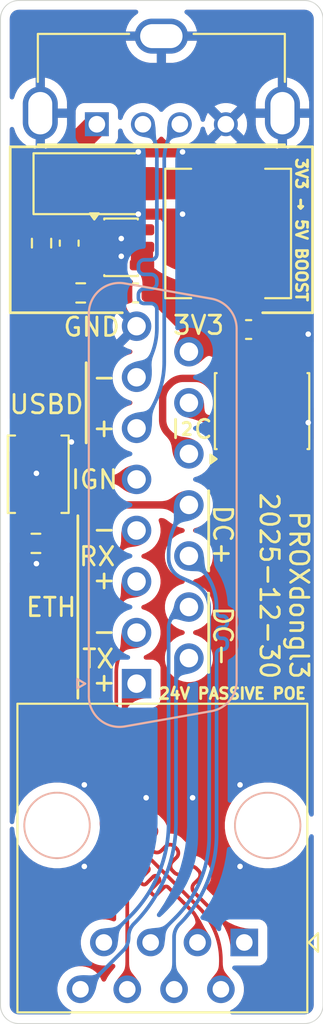
<source format=kicad_pcb>
(kicad_pcb
	(version 20241229)
	(generator "pcbnew")
	(generator_version "9.0")
	(general
		(thickness 1.6)
		(legacy_teardrops no)
	)
	(paper "A4")
	(layers
		(0 "F.Cu" signal)
		(2 "B.Cu" signal)
		(9 "F.Adhes" user "F.Adhesive")
		(11 "B.Adhes" user "B.Adhesive")
		(13 "F.Paste" user)
		(15 "B.Paste" user)
		(5 "F.SilkS" user "F.Silkscreen")
		(7 "B.SilkS" user "B.Silkscreen")
		(1 "F.Mask" user)
		(3 "B.Mask" user)
		(17 "Dwgs.User" user "User.Drawings")
		(19 "Cmts.User" user "User.Comments")
		(21 "Eco1.User" user "User.Eco1")
		(23 "Eco2.User" user "User.Eco2")
		(25 "Edge.Cuts" user)
		(27 "Margin" user)
		(31 "F.CrtYd" user "F.Courtyard")
		(29 "B.CrtYd" user "B.Courtyard")
		(35 "F.Fab" user)
		(33 "B.Fab" user)
		(39 "User.1" user)
		(41 "User.2" user)
		(43 "User.3" user)
		(45 "User.4" user)
	)
	(setup
		(pad_to_mask_clearance 0)
		(allow_soldermask_bridges_in_footprints no)
		(tenting front back)
		(pcbplotparams
			(layerselection 0x00000000_00000000_55555555_5755f5ff)
			(plot_on_all_layers_selection 0x00000000_00000000_00000000_00000000)
			(disableapertmacros no)
			(usegerberextensions yes)
			(usegerberattributes yes)
			(usegerberadvancedattributes yes)
			(creategerberjobfile yes)
			(dashed_line_dash_ratio 12.000000)
			(dashed_line_gap_ratio 3.000000)
			(svgprecision 4)
			(plotframeref no)
			(mode 1)
			(useauxorigin no)
			(hpglpennumber 1)
			(hpglpenspeed 20)
			(hpglpendiameter 15.000000)
			(pdf_front_fp_property_popups yes)
			(pdf_back_fp_property_popups yes)
			(pdf_metadata yes)
			(pdf_single_document no)
			(dxfpolygonmode yes)
			(dxfimperialunits yes)
			(dxfusepcbnewfont yes)
			(psnegative no)
			(psa4output no)
			(plot_black_and_white yes)
			(sketchpadsonfab no)
			(plotpadnumbers no)
			(hidednponfab no)
			(sketchdnponfab yes)
			(crossoutdnponfab yes)
			(subtractmaskfromsilk no)
			(outputformat 1)
			(mirror no)
			(drillshape 0)
			(scaleselection 1)
			(outputdirectory "out/")
		)
	)
	(net 0 "")
	(net 1 "/ETH_DC1+")
	(net 2 "/ETH_RX-")
	(net 3 "/ETH_TX+")
	(net 4 "/ETH_DC2+")
	(net 5 "/ETH_DC1-")
	(net 6 "/ETH_DC2-")
	(net 7 "/ETH_RX+")
	(net 8 "/ETH_TX-")
	(net 9 "/USB_D-")
	(net 10 "/USB_D+")
	(net 11 "+3V3")
	(net 12 "GND")
	(net 13 "+5V")
	(net 14 "Net-(D1-A)")
	(net 15 "Net-(U1-FB)")
	(net 16 "unconnected-(U1-NC-Pad6)")
	(net 17 "/I2C_SDA")
	(net 18 "/I2C_SCL")
	(net 19 "/IGNITION")
	(net 20 "Net-(SW1-A)")
	(footprint "Connector_USB:USB_A_Molex_105057_Vertical" (layer "F.Cu") (at 105.23 49.715))
	(footprint "Diode_SMD:D_SMA" (layer "F.Cu") (at 105.305 52.94))
	(footprint "Resistor_SMD:R_0603_1608Metric" (layer "F.Cu") (at 101.925 72.45 180))
	(footprint "Capacitor_SMD:C_0603_1608Metric" (layer "F.Cu") (at 113.465 60.85))
	(footprint "Package_TO_SOT_SMD:SOT-23-6" (layer "F.Cu") (at 106.5425 56.39 90))
	(footprint "Button_Switch_SMD:SW_SPST_TS-1088-xR020" (layer "F.Cu") (at 102.05 68.7 90))
	(footprint "Capacitor_SMD:C_0603_1608Metric" (layer "F.Cu") (at 103.73 56.165 -90))
	(footprint "Package_SO:SOIC-8_3.9x4.9mm_P1.27mm" (layer "F.Cu") (at 114.195 65.275 90))
	(footprint "Inductor_SMD:L_APV_APH0630" (layer "F.Cu") (at 112.355 55.64 90))
	(footprint "Resistor_SMD:R_0603_1608Metric" (layer "F.Cu") (at 104.355 58.865))
	(footprint "Resistor_SMD:R_0603_1608Metric" (layer "F.Cu") (at 102.23 56.165 -90))
	(footprint "Capacitor_SMD:C_0603_1608Metric" (layer "F.Cu") (at 107.33 58.865 180))
	(footprint "Connector_RJ:RJ45_OST_PJ012-8P8CX_Vertical" (layer "F.Cu") (at 113.23 94.1 180))
	(footprint "Connector_Dsub:DSUB-15_Socket_Vertical_P2.77x2.84mm" (layer "B.Cu") (at 107.385 80.06 -90))
	(gr_line
		(start 100.53 59.94)
		(end 100.53 50.94)
		(stroke
			(width 0.15)
			(type default)
		)
		(layer "F.SilkS")
		(uuid "0bb21fb7-3704-48fa-b0fa-ae8d9324f6b5")
	)
	(gr_line
		(start 116.93 59.94)
		(end 114.23 59.94)
		(stroke
			(width 0.15)
			(type default)
		)
		(layer "F.SilkS")
		(uuid "686a42a7-c847-4fd6-b630-2f03d989e285")
	)
	(gr_line
		(start 111.3 75.15)
		(end 111.3 79.45)
		(stroke
			(width 0.15)
			(type default)
		)
		(layer "F.SilkS")
		(uuid "7b7c1e79-eba0-4a39-8f93-4f79a106c7cf")
	)
	(gr_line
		(start 104.65 62.65)
		(end 104.65 67)
		(stroke
			(width 0.15)
			(type default)
		)
		(layer "F.SilkS")
		(uuid "962afc5d-95b0-4015-830d-d72aeae0a586")
	)
	(gr_line
		(start 100.53 50.94)
		(end 116.93 50.94)
		(stroke
			(width 0.15)
			(type default)
		)
		(layer "F.SilkS")
		(uuid "afe98980-f851-42fc-8455-5d44fdb39854")
	)
	(gr_line
		(start 111.3 69.6)
		(end 111.3 73.95)
		(stroke
			(width 0.15)
			(type default)
		)
		(layer "F.SilkS")
		(uuid "be0860b2-78ce-44c2-8985-ea6090560ae6")
	)
	(gr_line
		(start 116.93 50.94)
		(end 116.93 59.94)
		(stroke
			(width 0.15)
			(type default)
		)
		(layer "F.SilkS")
		(uuid "bec049ac-3559-4280-828b-ee19f48cb5fb")
	)
	(gr_line
		(start 106.61 59.94)
		(end 100.53 59.94)
		(stroke
			(width 0.15)
			(type default)
		)
		(layer "F.SilkS")
		(uuid "e506de09-9398-4777-897d-8501908c24f1")
	)
	(gr_line
		(start 104.2 70.95)
		(end 104.2 80.85)
		(stroke
			(width 0.15)
			(type default)
		)
		(layer "F.SilkS")
		(uuid "f8d659c8-ff70-4b99-a38d-781217489325")
	)
	(gr_line
		(start 100 97.5)
		(end 100 44)
		(stroke
			(width 0.05)
			(type default)
		)
		(layer "Edge.Cuts")
		(uuid "0db6ce03-0979-466c-8d70-b73e485d4a8f")
	)
	(gr_line
		(start 117.5 44)
		(end 117.5 97.5)
		(stroke
			(width 0.05)
			(type default)
		)
		(layer "Edge.Cuts")
		(uuid "10be46f5-97dc-400b-ad24-0b8b87306653")
	)
	(gr_line
		(start 101 43)
		(end 116.5 43)
		(stroke
			(width 0.05)
			(type default)
		)
		(layer "Edge.Cuts")
		(uuid "413b3a9e-9bd9-4831-9365-cd63dbd28d7f")
	)
	(gr_arc
		(start 116.5 43)
		(mid 117.207107 43.292893)
		(end 117.5 44)
		(stroke
			(width 0.05)
			(type default)
		)
		(layer "Edge.Cuts")
		(uuid "52b734ef-74dd-43b6-888f-18443ecf54e3")
	)
	(gr_arc
		(start 101 98.5)
		(mid 100.292893 98.207107)
		(end 100 97.5)
		(stroke
			(width 0.05)
			(type default)
		)
		(layer "Edge.Cuts")
		(uuid "6a17951b-3130-4b4a-9fe8-2b07478bf2be")
	)
	(gr_line
		(start 116.5 98.5)
		(end 101 98.5)
		(stroke
			(width 0.05)
			(type default)
		)
		(layer "Edge.Cuts")
		(uuid "79c46bbb-04e4-4a4a-967a-27117ae08049")
	)
	(gr_arc
		(start 117.5 97.5)
		(mid 117.207107 98.207107)
		(end 116.5 98.5)
		(stroke
			(width 0.05)
			(type default)
		)
		(layer "Edge.Cuts")
		(uuid "dbd91a20-56fa-46cf-ba01-69e810d4c7e5")
	)
	(gr_arc
		(start 100 44)
		(mid 100.292893 43.292893)
		(end 101 43)
		(stroke
			(width 0.05)
			(type default)
		)
		(layer "Edge.Cuts")
		(uuid "f40b6dc1-c075-4afe-b6bc-38632a8e4915")
	)
	(gr_text "ETH"
		(at 102.75 76.5 0)
		(layer "F.SilkS")
		(uuid "049bffc6-81b2-43bb-a40c-9da8e459d2e1")
		(effects
			(font
				(size 1 1)
				(thickness 0.15)
			)
			(justify bottom)
		)
	)
	(gr_text "3V3 → 5V BOOST"
		(at 115.98 55.44 270)
		(layer "F.SilkS")
		(uuid "065418fe-2066-4ca7-acdd-77ec5423263f")
		(effects
			(font
				(size 0.6 0.6)
				(thickness 0.15)
				(bold yes)
			)
			(justify bottom)
		)
	)
	(gr_text "+"
		(at 105.625 75 0)
		(layer "F.SilkS")
		(uuid "0b90a5b0-df5d-4501-b2f2-b67448d903bf")
		(effects
			(font
				(size 1 1)
				(thickness 0.15)
			)
			(justify bottom)
		)
	)
	(gr_text "TX"
		(at 105.3 79.3 0)
		(layer "F.SilkS")
		(uuid "1794d75d-514e-449d-9103-4763c94b122d")
		(effects
			(font
				(size 1 1)
				(thickness 0.15)
			)
			(justify bottom)
		)
	)
	(gr_text "I C"
		(at 111.6 66.85 0)
		(layer "F.SilkS")
		(uuid "1d64b92b-cd19-41eb-b4d7-c788d3008a2a")
		(effects
			(font
				(size 1 1)
				(thickness 0.15)
			)
			(justify right bottom)
		)
	)
	(gr_text "-"
		(at 105.625 77.8 0)
		(layer "F.SilkS")
		(uuid "1df42f9d-6b34-4d56-ac24-44dc5206c04f")
		(effects
			(font
				(size 1 1)
				(thickness 0.15)
			)
			(justify bottom)
		)
	)
	(gr_text "+"
		(at 105.625 80.55 0)
		(layer "F.SilkS")
		(uuid "26fe9f4a-06b7-4719-b1a4-70101fcfed63")
		(effects
			(font
				(size 1 1)
				(thickness 0.15)
			)
			(justify bottom)
		)
	)
	(gr_text "3V3"
		(at 110.75 61.2 0)
		(layer "F.SilkS")
		(uuid "3ee0d8b8-3e57-41fc-b8b9-064870c61fbb")
		(effects
			(font
				(size 1 1)
				(thickness 0.15)
			)
			(justify bottom)
		)
	)
	(gr_text "-"
		(at 105.625 72.25 0)
		(layer "F.SilkS")
		(uuid "3f3f6247-261b-47e9-ac0a-2d4d11d96d03")
		(effects
			(font
				(size 1 1)
				(thickness 0.15)
			)
			(justify bottom)
		)
	)
	(gr_text "DC+"
		(at 111.475 72 270)
		(layer "F.SilkS")
		(uuid "4819db5c-a7f2-4d5a-892b-093ce72a6ae9")
		(effects
			(font
				(size 1 1)
				(thickness 0.15)
			)
			(justify bottom)
		)
	)
	(gr_text "PROXdongl3\n2025-12-30"
		(at 114 79.9 270)
		(layer "F.SilkS")
		(uuid "56a00f68-612a-4d4f-95f6-399a861de7d1")
		(effects
			(font
				(size 1 1)
				(thickness 0.15)
			)
			(justify right bottom)
		)
	)
	(gr_text "24V PASSIVE POE"
		(at 116.65 80.95 0)
		(layer "F.SilkS")
		(uuid "582ed5dd-8095-4dca-b37e-f8f353222111")
		(effects
			(font
				(size 0.6 0.6)
				(thickness 0.15)
				(bold yes)
			)
			(justify right bottom)
		)
	)
	(gr_text "GND"
		(at 104.95 61.3 0)
		(layer "F.SilkS")
		(uuid "62408669-0d82-4b09-a3c6-e15998c50aa3")
		(effects
			(font
				(size 1 1)
				(thickness 0.15)
			)
			(justify bottom)
		)
	)
	(gr_text "-"
		(at 105.625 64 0)
		(layer "F.SilkS")
		(uuid "7860e24c-92e6-4578-bef4-82b88fcc73bf")
		(effects
			(font
				(size 1 1)
				(thickness 0.15)
			)
			(justify bottom)
		)
	)
	(gr_text "RX"
		(at 105.25 73.75 0)
		(layer "F.SilkS")
		(uuid "94adfeb0-c9ad-4a6b-98c9-e985685955c1")
		(effects
			(font
				(size 1 1)
				(thickness 0.15)
			)
			(justify bottom)
		)
	)
	(gr_text "² "
		(at 111.35 67.3 0)
		(layer "F.SilkS")
		(uuid "afdcc192-595b-4445-b6dd-101c9dc96190")
		(effects
			(font
				(size 1 1)
				(thickness 0.15)
			)
			(justify right bottom)
		)
	)
	(gr_text "IGN"
		(at 105.1 69.575 0)
		(layer "F.SilkS")
		(uuid "c8d87bec-a391-4205-b845-6b930131ddf5")
		(effects
			(font
				(size 1 1)
				(thickness 0.15)
			)
			(justify bottom)
		)
	)
	(gr_text "USBD"
		(at 102.5 65.5 0)
		(layer "F.SilkS")
		(uuid "d627d361-55c1-4fb3-8c05-87f33695c61d")
		(effects
			(font
				(size 1 1)
				(thickness 0.15)
			)
			(justify bottom)
		)
	)
	(gr_text "DC-"
		(at 111.475 77.5 270)
		(layer "F.SilkS")
		(uuid "df6d8cb3-b30e-4703-b7c0-d3a2843d2850")
		(effects
			(font
				(size 1 1)
				(thickness 0.15)
			)
			(justify bottom)
		)
	)
	(gr_text "+"
		(at 105.625 66.75 0)
		(layer "F.SilkS")
		(uuid "ec000367-5a59-4131-9be4-cd9c849520c3")
		(effects
			(font
				(size 1 1)
				(thickness 0.15)
			)
			(justify bottom)
		)
	)
	(segment
		(start 109.42 93.811314)
		(end 109.42 96.64)
		(width 0.2)
		(layer "B.Cu")
		(net 1)
		(uuid "1b3a16c5-83c5-4082-963a-24f4bce5b034")
	)
	(segment
		(start 111.727 78.438473)
		(end 111.727 78.558473)
		(width 0.2)
		(layer "B.Cu")
		(net 1)
		(uuid "297592fe-a272-44fc-9e77-42cb25950c25")
	)
	(segment
		(start 112.307 77.838473)
		(end 112.307 77.958473)
		(width 0.2)
		(layer "B.Cu")
		(net 1)
		(uuid "3605a777-fcb1-4949-9d2b-4fed50311136")
	)
	(segment
		(start 110.225 73.135)
		(end 110.837673 73.747673)
		(width 0.2)
		(layer "B.Cu")
		(net 1)
		(uuid "42abc40d-b88e-4359-b3e2-d2fd62bc3daf")
	)
	(segment
		(start 111.967 76.398473)
		(end 112.067 76.398473)
		(width 0.2)
		(layer "B.Cu")
		(net 1)
		(uuid "4b6e64f8-ddf2-4ad7-88b5-f979a45e1a53")
	)
	(segment
		(start 111.727 78.611757)
		(end 111.727 79.948824)
		(width 0.2)
		(layer "B.Cu")
		(net 1)
		(uuid "58c9926b-6326-42e7-9dc0-12c851049de2")
	)
	(segment
		(start 111.727 78.558473)
		(end 111.727 78.611757)
		(width 0.2)
		(layer "B.Cu")
		(net 1)
		(uuid "83f4b8a8-9871-4188-8e2f-293062ac7c8a")
	)
	(segment
		(start 112.307 76.638473)
		(end 112.307 76.758473)
		(width 0.2)
		(layer "B.Cu")
		(net 1)
		(uuid "989da18c-164e-4312-b765-d0763e0d36c9")
	)
	(segment
		(start 112.067 76.998473)
		(end 111.967 76.998473)
		(width 0.2)
		(layer "B.Cu")
		(net 1)
		(uuid "aba83d00-45b9-415e-8971-df563c611b99")
	)
	(segment
		(start 111.727 79.948824)
		(end 111.727 88.241834)
		(width 0.2)
		(layer "B.Cu")
		(net 1)
		(uuid "b4f4a6aa-0c07-400b-8acd-30687c0c6f72")
	)
	(segment
		(start 112.067 78.198473)
		(end 111.967 78.198473)
		(width 0.2)
		(layer "B.Cu")
		(net 1)
		(uuid "c29c28f6-4ec4-47de-af13-a0590522dd89")
	)
	(segment
		(start 111.727005 75.894771)
		(end 111.727 76.158473)
		(width 0.2)
		(layer "B.Cu")
		(net 1)
		(uuid "cca05b71-5b5f-4256-ab52-cb01e3d64242")
	)
	(segment
		(start 111.727 77.238473)
		(end 111.727 77.358473)
		(width 0.2)
		(layer "B.Cu")
		(net 1)
		(uuid "e8f35f1c-5947-4153-b041-9d5f8b5d5ced")
	)
	(segment
		(start 111.967 77.598473)
		(end 112.067 77.598473)
		(width 0.2)
		(layer "B.Cu")
		(net 1)
		(uuid "eca8d92f-de7c-4ff4-8620-6832795d65d8")
	)
	(arc
		(start 111.727 88.241834)
		(mid 111.203571 90.873289)
		(end 109.712893 93.104207)
		(width 0.2)
		(layer "B.Cu")
		(net 1)
		(uuid "3d729d30-f11a-449e-8f5f-d25a15500890")
	)
	(arc
		(start 111.727 77.358473)
		(mid 111.797294 77.528179)
		(end 111.967 77.598473)
		(width 0.2)
		(layer "B.Cu")
		(net 1)
		(uuid "4889e938-fd7e-45f7-a438-fd58a02665ad")
	)
	(arc
		(start 111.967 76.998473)
		(mid 111.797294 77.068767)
		(end 111.727 77.238473)
		(width 0.2)
		(layer "B.Cu")
		(net 1)
		(uuid "840bed66-a729-458a-bb79-41114e5b1fc5")
	)
	(arc
		(start 112.307 77.958473)
		(mid 112.236706 78.128179)
		(end 112.067 78.198473)
		(width 0.2)
		(layer "B.Cu")
		(net 1)
		(uuid "88017b7f-2ce8-4096-b5fa-7d43e157a07b")
	)
	(arc
		(start 112.307 76.758473)
		(mid 112.236706 76.928179)
		(end 112.067 76.998473)
		(width 0.2)
		(layer "B.Cu")
		(net 1)
		(uuid "9785c371-2f24-469e-8504-4a7247b09219")
	)
	(arc
		(start 111.727 76.158473)
		(mid 111.797294 76.328179)
		(end 111.967 76.398473)
		(width 0.2)
		(layer "B.Cu")
		(net 1)
		(uuid "a609964b-d264-4d9f-b12b-08cc4a699a63")
	)
	(arc
		(start 112.067 76.398473)
		(mid 112.236706 76.468767)
		(end 112.307 76.638473)
		(width 0.2)
		(layer "B.Cu")
		(net 1)
		(uuid "ac1d85bb-f59a-4dfc-941c-ef6392377f83")
	)
	(arc
		(start 109.712893 93.104207)
		(mid 109.49612 93.428631)
		(end 109.42 93.811314)
		(width 0.2)
		(layer "B.Cu")
		(net 1)
		(uuid "d6ee7632-5b2a-4cfb-b595-83b645ff3a0f")
	)
	(arc
		(start 110.837673 73.747673)
		(mid 111.495887 74.73277)
		(end 111.727005 75.894771)
		(width 0.2)
		(layer "B.Cu")
		(net 1)
		(uuid "d77a85b3-60db-4da9-b72d-3bba58386af8")
	)
	(arc
		(start 112.067 77.598473)
		(mid 112.236706 77.668767)
		(end 112.307 77.838473)
		(width 0.2)
		(layer "B.Cu")
		(net 1)
		(uuid "db339cf9-2624-410e-9cdf-a3c53cbe6b3f")
	)
	(arc
		(start 111.967 78.198473)
		(mid 111.797294 78.268767)
		(end 111.727 78.438473)
		(width 0.2)
		(layer "B.Cu")
		(net 1)
		(uuid "e60421ae-9944-4ba1-b5d8-dc864b2c1861")
	)
	(segment
		(start 106.88 96.64)
		(end 106.88 91.014127)
		(width 0.2)
		(layer "F.Cu")
		(net 2)
		(uuid "35e5ba2f-7fd0-48ff-93b1-eae833a0d61e")
	)
	(segment
		(start 105.482 87.639086)
		(end 105.482 76.344198)
		(width 0.2)
		(layer "F.Cu")
		(net 2)
		(uuid "60b35e78-4833-4263-92c3-97eb2a95da3d")
	)
	(arc
		(start 105.774893 88.346193)
		(mid 106.592798 89.570264)
		(end 106.88 91.014127)
		(width 0.2)
		(layer "F.Cu")
		(net 2)
		(uuid "19e1288e-cd7a-4cfe-953d-6947053902e2")
	)
	(arc
		(start 107.385 71.75)
		(mid 105.976563 73.857856)
		(end 105.482 76.344198)
		(width 0.2)
		(layer "F.Cu")
		(net 2)
		(uuid "9c5fc30d-d7ed-4b8a-bacb-26097bee2dee")
	)
	(arc
		(start 105.774893 88.346193)
		(mid 105.55812 88.02177)
		(end 105.482 87.639086)
		(width 0.2)
		(layer "F.Cu")
		(net 2)
		(uuid "d51b8968-c8e4-42c4-9a1a-bfffcced0d88")
	)
	(segment
		(start 106.685 80.76)
		(end 106.685 87.140786)
		(width 0.2)
		(layer "F.Cu")
		(net 3)
		(uuid "213cc9bc-96a1-4c17-8f5c-ccd93a116c65")
	)
	(segment
		(start 108.728115 89.12294)
		(end 108.960045 88.891007)
		(width 0.2)
		(layer "F.Cu")
		(net 3)
		(uuid "24ac8024-d204-4326-b00b-005f6abc51fc")
	)
	(segment
		(start 110.62316 90.078947)
		(end 110.741953 90.19774)
		(width 0.2)
		(layer "F.Cu")
		(net 3)
		(uuid "33be4c92-56f3-41eb-816b-15f32d9d77e2")
	)
	(segment
		(start 107.385 80.06)
		(end 106.685 80.76)
		(width 0.2)
		(layer "F.Cu")
		(net 3)
		(uuid "34c1f55e-d59e-4312-a4ac-b692196311fb")
	)
	(segment
		(start 110.741953 90.672916)
		(end 110.51002 90.904846)
		(width 0.2)
		(layer "F.Cu")
		(net 3)
		(uuid "5422b261-37a7-4aa3-8ee2-9fe0f509da50")
	)
	(segment
		(start 107.385 80.06)
		(end 106.977893 80.467107)
		(width 0.2)
		(layer "F.Cu")
		(net 3)
		(uuid "6c1f7510-deab-4342-9ffa-c055c23b178e")
	)
	(segment
		(start 107.540176 87.935001)
		(end 107.772106 87.703068)
		(width 0.2)
		(layer "F.Cu")
		(net 3)
		(uuid "84b38016-7cc8-4fa3-8b7d-a5b057c522ba")
	)
	(segment
		(start 109.554014 89.484977)
		(end 109.322081 89.716907)
		(width 0.2)
		(layer "F.Cu")
		(net 3)
		(uuid "9ac48fe6-f7b1-44c0-98a7-4e04da66844b")
	)
	(segment
		(start 109.916054 90.310879)
		(end 110.147984 90.078946)
		(width 0.2)
		(layer "F.Cu")
		(net 3)
		(uuid "a2574c8e-f60c-47dc-ba1e-fdeaf4826972")
	)
	(segment
		(start 110.628817 91.498817)
		(end 111.065 91.935)
		(width 0.2)
		(layer "F.Cu")
		(net 3)
		(uuid "ab11df4e-0c3b-49e5-b3ae-859f74f2b246")
	)
	(segment
		(start 109.435221 88.891008)
		(end 109.554014 89.009801)
		(width 0.2)
		(layer "F.Cu")
		(net 3)
		(uuid "b6312bb9-ecae-4f9e-96e4-326e5c0f01a1")
	)
	(segment
		(start 109.322082 90.192083)
		(end 109.440878 90.310878)
		(width 0.2)
		(layer "F.Cu")
		(net 3)
		(uuid "b73de118-aa28-480d-b46e-9d60e59735a8")
	)
	(segment
		(start 108.366075 88.297038)
		(end 108.134142 88.528968)
		(width 0.2)
		(layer "F.Cu")
		(net 3)
		(uuid "bca99180-b19e-4329-afac-060f59b785f4")
	)
	(segment
		(start 111.065 91.935)
		(end 113.23 94.1)
		(width 0.2)
		(layer "F.Cu")
		(net 3)
		(uuid "d2aaabad-c98a-45ae-96f4-1a8bd2222fa4")
	)
	(segment
		(start 108.247282 87.703069)
		(end 108.366075 87.821862)
		(width 0.2)
		(layer "F.Cu")
		(net 3)
		(uuid "dfb03752-e664-48a2-9d08-a7133c0f8063")
	)
	(segment
		(start 110.510021 91.380022)
		(end 110.628817 91.498817)
		(width 0.2)
		(layer "F.Cu")
		(net 3)
		(uuid "e06b253f-14fb-4dc8-9851-561d427c4427")
	)
	(segment
		(start 106.977893 87.847893)
		(end 107.065 87.935)
		(width 0.2)
		(layer "F.Cu")
		(net 3)
		(uuid "e20394a6-36ba-478e-8529-2641863adfaf")
	)
	(segment
		(start 108.134143 89.004144)
		(end 108.252939 89.122939)
		(width 0.2)
		(layer "F.Cu")
		(net 3)
		(uuid "e7e0aa8a-e407-46af-a998-0e98ace99086")
	)
	(arc
		(start 108.134142 88.528968)
		(mid 108.035731 88.766556)
		(end 108.134143 89.004144)
		(width 0.2)
		(layer "F.Cu")
		(net 3)
		(uuid "233b63ef-0432-464d-be60-e0fff5d13ac2")
	)
	(arc
		(start 110.51002 90.904846)
		(mid 110.411609 91.142434)
		(end 110.510021 91.380022)
		(width 0.2)
		(layer "F.Cu")
		(net 3)
		(uuid "3f33e3bc-9f81-4a07-86d5-c2781531a87b")
	)
	(arc
		(start 109.440878 90.310878)
		(mid 109.678467 90.40929)
		(end 109.916054 90.310879)
		(width 0.2)
		(layer "F.Cu")
		(net 3)
		(uuid "443a3d4a-6585-4196-a40e-7041425c4eac")
	)
	(arc
		(start 110.147984 90.078946)
		(mid 110.385572 89.980535)
		(end 110.62316 90.078947)
		(width 0.2)
		(layer "F.Cu")
		(net 3)
		(uuid "450e2d8f-0dd2-42b4-8f9f-39d4c2ccd201")
	)
	(arc
		(start 110.741953 90.19774)
		(mid 110.840365 90.435328)
		(end 110.741953 90.672916)
		(width 0.2)
		(layer "F.Cu")
		(net 3)
		(uuid "4e2764a4-0acf-4e47-855b-0e09e4b064ac")
	)
	(arc
		(start 107.065 87.935)
		(mid 107.302589 88.033412)
		(end 107.540176 87.935001)
		(width 0.2)
		(layer "F.Cu")
		(net 3)
		(uuid "617fa0de-ebb0-436c-8263-15595d60ef9c")
	)
	(arc
		(start 108.366075 87.821862)
		(mid 108.464487 88.05945)
		(end 108.366075 88.297038)
		(width 0.2)
		(layer "F.Cu")
		(net 3)
		(uuid "75f31041-05b3-4f77-bf21-c5469b3b3203")
	)
	(arc
		(start 108.252939 89.122939)
		(mid 108.490528 89.221351)
		(end 108.728115 89.12294)
		(width 0.2)
		(layer "F.Cu")
		(net 3)
		(uuid "8f790694-a398-4b1e-bb57-b582fb2543be")
	)
	(arc
		(start 107.772106 87.703068)
		(mid 108.009694 87.604657)
		(end 108.247282 87.703069)
		(width 0.2)
		(layer "F.Cu")
		(net 3)
		(uuid "a951adfe-5ee2-47da-a8db-acf76f9336c4")
	)
	(arc
		(start 109.554014 89.009801)
		(mid 109.652426 89.247389)
		(end 109.554014 89.484977)
		(width 0.2)
		(layer "F.Cu")
		(net 3)
		(uuid "cac28868-16bc-44b8-8510-56e0c858b8a5")
	)
	(arc
		(start 106.685 87.140786)
		(mid 106.76112 87.52347)
		(end 106.977893 87.847893)
		(width 0.2)
		(layer "F.Cu")
		(net 3)
		(uuid "d50a074b-b3dd-4558-8c40-85b226028dcd")
	)
	(arc
		(start 109.322081 89.716907)
		(mid 109.22367 89.954495)
		(end 109.322082 90.192083)
		(width 0.2)
		(layer "F.Cu")
		(net 3)
		(uuid "dc2f670d-15ea-4477-9882-6c8a74a5d2f3")
	)
	(arc
		(start 108.960045 88.891007)
		(mid 109.197633 88.792596)
		(end 109.435221 88.891008)
		(width 0.2)
		(layer "F.Cu")
		(net 3)
		(uuid "e16beaad-139b-4905-8a28-40e8a90511db")
	)
	(segment
		(start 105.249214 70.365)
		(end 110.225 70.365)
		(width 0.4)
		(layer "F.Cu")
		(net 4)
		(uuid "28ffc81f-a65d-4b44-9612-79f8d15c4d07")
	)
	(segment
		(start 102.75 72.45)
		(end 104.542107 70.657893)
		(width 0.4)
		(layer "F.Cu")
		(net 4)
		(uuid "886713da-d5c7-4610-b7a1-e844412d6ec7")
	)
	(arc
		(start 105.249214 70.365)
		(mid 104.866531 70.44112)
		(end 104.542107 70.657893)
		(width 0.4)
		(layer "F.Cu")
		(net 4)
		(uuid "3401c0a7-82c0-402d-a12a-13ee7408dfc4")
	)
	(segment
		(start 111.326 75.937102)
		(end 111.326 88.341275)
		(width 0.2)
		(layer "B.Cu")
		(net 4)
		(uuid "2e521ab4-1c9c-4f82-8744-e8f74b45f502")
	)
	(segment
		(start 109.4997 92.750316)
		(end 108.15 94.1)
		(width 0.2)
		(layer "B.Cu")
		(net 4)
		(uuid "50323dfe-b2cd-4ed8-8839-87d366f75576")
	)
	(segment
		(start 109.123999 73.094481)
		(end 109.123997 73.24715)
		(width 0.2)
		(layer "B.Cu")
		(net 4)
		(uuid "573d0532-267c-4c64-81f2-82efa49f1e11")
	)
	(segment
		(start 109.124 73.050762)
		(end 109.123999 73.094481)
		(width 0.2)
		(layer "B.Cu")
		(net 4)
		(uuid "83aac324-fece-4496-8203-5c602cf4d72f")
	)
	(segment
		(start 109.124 73.022931)
		(end 109.124 73.050762)
		(width 0.2)
		(layer "B.Cu")
		(net 4)
		(uuid "b55e6cf2-afd1-4de7-8e61-c1b98395f5a3")
	)
	(segment
		(start 109.80946 74.311291)
		(end 110.472761 74.612516)
		(width 0.2)
		(layer "B.Cu")
		(net 4)
		(uuid "e3ce3b94-346f-4702-a787-4bad6a18c179")
	)
	(arc
		(start 109.123997 73.24715)
		(mid 109.310191 73.880054)
		(end 109.80946 74.311291)
		(width 0.2)
		(layer "B.Cu")
		(net 4)
		(uuid "29764fa2-a997-4704-9206-466832b26de4")
	)
	(arc
		(start 110.225 70.365)
		(mid 109.410133 71.584481)
		(end 109.124 73.022931)
		(width 0.2)
		(layer "B.Cu")
		(net 4)
		(uuid "524331c2-a955-4a25-93ad-45d61e2ba38d")
	)
	(arc
		(start 111.326 88.341275)
		(mid 110.85136 90.727434)
		(end 109.4997 92.750316)
		(width 0.2)
		(layer "B.Cu")
		(net 4)
		(uuid "95ff44f7-af53-4de6-a56f-ea9300a9a3de")
	)
	(arc
		(start 111.326 75.937102)
		(mid 111.094227 75.149297)
		(end 110.472761 74.612516)
		(width 0.2)
		(layer "B.Cu")
		(net 4)
		(uuid "e8685c65-5f2e-4be2-a160-a7a6580df01f")
	)
	(segment
		(start 109.416893 76.333107)
		(end 109.845 75.905)
		(width 0.2)
		(layer "B.Cu")
		(net 5)
		(uuid "19de6717-dd66-4f55-9b1f-ed5f070abbb0")
	)
	(segment
		(start 109.124 87.641773)
		(end 109.124 77.040214)
		(width 0.2)
		(layer "B.Cu")
		(net 5)
		(uuid "7ef2c0a7-1daf-4709-ba47-40c201c5c4ee")
	)
	(segment
		(start 109.845 75.905)
		(end 110.225 75.905)
		(width 0.2)
		(layer "B.Cu")
		(net 5)
		(uuid "7ff693eb-e5e6-4b1c-9b05-4bb976a10db3")
	)
	(segment
		(start 105.61 94.1)
		(end 107.042033 92.668001)
		(width 0.2)
		(layer "B.Cu")
		(net 5)
		(uuid "947dcb75-2a58-4d01-91e3-4a251669c49b")
	)
	(segment
		(start 105.61 94.1)
		(end 105.5 93.99)
		(width 0.2)
		(layer "B.Cu")
		(net 5)
		(uuid "ee570994-3e94-4237-bd5c-cfcc1aedb572")
	)
	(arc
		(start 107.042033 92.668001)
		(mid 108.582913 90.361955)
		(end 109.124 87.641773)
		(width 0.2)
		(layer "B.Cu")
		(net 5)
		(uuid "9367f155-3e0b-4ef1-95e0-d75e8f9bf54c")
	)
	(arc
		(start 109.416893 76.333107)
		(mid 109.20012 76.65753)
		(end 109.124 77.040214)
		(width 0.2)
		(layer "B.Cu")
		(net 5)
		(uuid "ac278524-a01d-4232-8144-d0e3b99e6d94")
	)
	(segment
		(start 106.953893 93.828232)
		(end 106.953893 93.785982)
		(width 0.2)
		(layer "B.Cu")
		(net 6)
		(uuid "6010f089-3123-43db-a364-fbc262c45f34")
	)
	(segment
		(start 109.525 87.578835)
		(end 109.525 79.789214)
		(width 0.2)
		(layer "B.Cu")
		(net 6)
		(uuid "7e9e76bf-d0c5-4b76-b851-d7129937c28e")
	)
	(segment
		(start 104.556339 96.64)
		(end 106.661 94.535339)
		(width 0.2)
		(layer "B.Cu")
		(net 6)
		(uuid "95ee3c68-50d0-449d-b1c1-bdd40f4b71cc")
	)
	(segment
		(start 104.34 96.64)
		(end 104.556339 96.64)
		(width 0.2)
		(layer "B.Cu")
		(net 6)
		(uuid "b41c45bb-3840-4329-873b-0826724ca19c")
	)
	(segment
		(start 109.817893 79.082107)
		(end 110.225 78.675)
		(width 0.2)
		(layer "B.Cu")
		(net 6)
		(uuid "ee68e164-ca41-4506-92ea-0620134d969e")
	)
	(arc
		(start 109.525 79.789214)
		(mid 109.60112 79.406531)
		(end 109.817893 79.082107)
		(width 0.2)
		(layer "B.Cu")
		(net 6)
		(uuid "601c0325-34fd-4107-8982-98e1646ff6bb")
	)
	(arc
		(start 106.953893 93.785982)
		(mid 107.030013 93.403299)
		(end 107.246786 93.078875)
		(width 0.2)
		(layer "B.Cu")
		(net 6)
		(uuid "6cbdcb56-97f5-4eb9-bec7-9c4b1ad8ab0a")
	)
	(arc
		(start 106.661 94.535339)
		(mid 106.877773 94.210916)
		(end 106.953893 93.828232)
		(width 0.2)
		(layer "B.Cu")
		(net 6)
		(uuid "cdf8a814-f6e8-4848-b587-18abdfccfa59")
	)
	(arc
		(start 107.246786 93.078875)
		(mid 108.932921 90.555415)
		(end 109.525 87.578835)
		(width 0.2)
		(layer "B.Cu")
		(net 6)
		(uuid "eb7a141a-7c25-4cc6-b7e6-d884c399ce57")
	)
	(segment
		(start 109.162381 91.166581)
		(end 109.3279 91.3321)
		(width 0.2)
		(layer "F.Cu")
		(net 7)
		(uuid "15b411c7-ffbd-4ead-bf58-f9f9c6b35cb2")
	)
	(segment
		(start 109.104397 91.108597)
		(end 109.162381 91.166581)
		(width 0.2)
		(layer "F.Cu")
		(net 7)
		(uuid "2762318f-2d42-4a0d-9577-aa34abcf0d1c")
	)
	(segment
		(start 108.002727 90.238858)
		(end 107.619475 90.622109)
		(width 0.2)
		(layer "F.Cu")
		(net 7)
		(uuid "287071ee-1ee2-499c-a9ce-f8ecf42d3b0b")
	)
	(segment
		(start 107.4229 89.659031)
		(end 107.216424 89.865506)
		(width 0.2)
		(layer "F.Cu")
		(net 7)
		(uuid "29a7ed2f-8e4f-4cb7-82c9-1b82aa07d29c")
	)
	(segment
		(start 108.199302 91.433867)
		(end 108.257284 91.491849)
		(width 0.2)
		(layer "F.Cu")
		(net 7)
		(uuid "2bc0a353-443d-4045-92f7-8008b44d6876")
	)
	(segment
		(start 107.216424 90.097437)
		(end 107.274406 90.155419)
		(width 0.2)
		(layer "F.Cu")
		(net 7)
		(uuid "3bd8a843-541f-49a2-80ce-54e5adec7582")
	)
	(segment
		(start 109.3279 91.3321)
		(end 110.281037 92.285237)
		(width 0.2)
		(layer "F.Cu")
		(net 7)
		(uuid "3ff0c178-d559-4453-b347-324ac0c71169")
	)
	(segment
		(start 110.281037 92.285237)
		(end 110.397107 92.401307)
		(width 0.2)
		(layer "F.Cu")
		(net 7)
		(uuid "870a4c3e-3467-4d7d-899e-2fa5d5e145dc")
	)
	(segment
		(start 107.944743 89.948943)
		(end 108.002727 90.006927)
		(width 0.2)
		(layer "F.Cu")
		(net 7)
		(uuid "9c62ffd7-2d59-4831-8a10-0b34bb66b7f3")
	)
	(segment
		(start 107.506337 90.155419)
		(end 107.712812 89.948943)
		(width 0.2)
		(layer "F.Cu")
		(net 7)
		(uuid "a5c6f3b1-9b78-483d-a59a-da4a82b89d2b")
	)
	(segment
		(start 107.909388 90.912022)
		(end 108.292639 90.52877)
		(width 0.2)
		(layer "F.Cu")
		(net 7)
		(uuid "a8239e8f-f4ad-4bcd-a685-40b24630076d")
	)
	(segment
		(start 108.582554 90.818685)
		(end 108.199302 91.201936)
		(width 0.2)
		(layer "F.Cu")
		(net 7)
		(uuid "ae2a428f-6241-4267-938d-dc7b1785dbab")
	)
	(segment
		(start 107.619475 90.85404)
		(end 107.677457 90.912022)
		(width 0.2)
		(layer "F.Cu")
		(net 7)
		(uuid "bd542de6-00d6-4569-a8a8-7b814e5434c0")
	)
	(segment
		(start 105.883 78.146129)
		(end 105.883 87.472986)
		(width 0.2)
		(layer "F.Cu")
		(net 7)
		(uuid "bdcc6913-de0c-47e8-80af-b18b6df31a33")
	)
	(segment
		(start 108.52457 90.52877)
		(end 108.582554 90.586754)
		(width 0.2)
		(layer "F.Cu")
		(net 7)
		(uuid "cbb60cd9-50b4-4299-b5a3-262396cc7801")
	)
	(segment
		(start 106.175893 88.180093)
		(end 107.4229 89.4271)
		(width 0.2)
		(layer "F.Cu")
		(net 7)
		(uuid "dc2eb85c-2011-497b-9c1a-e9375e89c281")
	)
	(segment
		(start 108.489215 91.491849)
		(end 108.872466 91.108597)
		(width 0.2)
		(layer "F.Cu")
		(net 7)
		(uuid "f106b01f-947e-4b6d-b921-7b6d67ddc96c")
	)
	(segment
		(start 110.69 93.108414)
		(end 110.69 94.1)
		(width 0.2)
		(layer "F.Cu")
		(net 7)
		(uuid "fadf9c9d-be21-45c6-bd28-ba31471b182e")
	)
	(arc
		(start 107.677457 90.912022)
		(mid 107.793423 90.960056)
		(end 107.909388 90.912022)
		(width 0.2)
		(layer "F.Cu")
		(net 7)
		(uuid "0044d40f-1336-4018-897f-f767c31ef9ee")
	)
	(arc
		(start 110.397107 92.401307)
		(mid 110.61388 92.725731)
		(end 110.69 93.108414)
		(width 0.2)
		(layer "F.Cu")
		(net 7)
		(uuid "08a9e97a-790d-4c1c-9c02-8911175f24f6")
	)
	(arc
		(start 105.883 87.472986)
		(mid 105.95912 87.855669)
		(end 106.175893 88.180093)
		(width 0.2)
		(layer "F.Cu")
		(net 7)
		(uuid "132eb2b6-7af8-45e0-ad5e-0a1ba96503ff")
	)
	(arc
		(start 108.199302 91.201936)
		(mid 108.151268 91.317901)
		(end 108.199302 91.433867)
		(width 0.2)
		(layer "F.Cu")
		(net 7)
		(uuid "2908833b-4ba6-4279-91a0-8e3768d41ad8")
	)
	(arc
		(start 107.4229 89.4271)
		(mid 107.470934 89.543066)
		(end 107.4229 89.659031)
		(width 0.2)
		(layer "F.Cu")
		(net 7)
		(uuid "3d1a5c3b-9c1c-4ff9-b509-0cd7ba345534")
	)
	(arc
		(start 108.002727 90.006927)
		(mid 108.050761 90.122893)
		(end 108.002727 90.238858)
		(width 0.2)
		(layer "F.Cu")
		(net 7)
		(uuid "43d0c6e6-db7b-45ce-b80a-75e47fc99d11")
	)
	(arc
		(start 107.619475 90.622109)
		(mid 107.571441 90.738074)
		(end 107.619475 90.85404)
		(width 0.2)
		(layer "F.Cu")
		(net 7)
		(uuid "450ede13-fc08-433a-a879-90ba3cb3c275")
	)
	(arc
		(start 107.712812 89.948943)
		(mid 107.828777 89.900909)
		(end 107.944743 89.948943)
		(width 0.2)
		(layer "F.Cu")
		(net 7)
		(uuid "559183c8-82a1-498e-9f0c-0c279546951a")
	)
	(arc
		(start 108.292639 90.52877)
		(mid 108.408604 90.480736)
		(end 108.52457 90.52877)
		(width 0.2)
		(layer "F.Cu")
		(net 7)
		(uuid "6c24ef7f-7479-488d-81ee-eaa183b09299")
	)
	(arc
		(start 108.582554 90.586754)
		(mid 108.630588 90.70272)
		(end 108.582554 90.818685)
		(width 0.2)
		(layer "F.Cu")
		(net 7)
		(uuid "a09cebd6-3518-47f7-8983-a19fb2e66433")
	)
	(arc
		(start 107.274406 90.155419)
		(mid 107.390372 90.203453)
		(end 107.506337 90.155419)
		(width 0.2)
		(layer "F.Cu")
		(net 7)
		(uuid "a2dcb139-68dc-48c9-8390-fa2135db1e40")
	)
	(arc
		(start 107.216424 89.865506)
		(mid 107.16839 89.981471)
		(end 107.216424 90.097437)
		(width 0.2)
		(layer "F.Cu")
		(net 7)
		(uuid "ad7c87b6-7075-4132-a3b8-14a1b031aa08")
	)
	(arc
		(start 107.385 74.52)
		(mid 106.273353 76.18369)
		(end 105.883 78.146129)
		(width 0.2)
		(layer "F.Cu")
		(net 7)
		(uuid "b7972300-392c-4a71-beb6-4c9b3c4b1973")
	)
	(arc
		(start 108.872466 91.108597)
		(mid 108.988431 91.060563)
		(end 109.104397 91.108597)
		(width 0.2)
		(layer "F.Cu")
		(net 7)
		(uuid "ea0192bc-0949-40f4-aa03-732e56c585c8")
	)
	(arc
		(start 108.257284 91.491849)
		(mid 108.37325 91.539883)
		(end 108.489215 91.491849)
		(width 0.2)
		(layer "F.Cu")
		(net 7)
		(uuid "ffa78e4a-9ea6-435a-ba81-a0d93d71d9c7")
	)
	(segment
		(start 111.96 96.64)
		(end 111.96 95.064265)
		(width 0.2)
		(layer "F.Cu")
		(net 8)
		(uuid "1e072b2f-a021-4d03-b679-d9ccb33c45ac")
	)
	(segment
		(start 110.781137 92.218237)
		(end 106.576893 88.013993)
		(width 0.2)
		(layer "F.Cu")
		(net 8)
		(uuid "2ced86cf-7653-41f5-805b-b58d44cbf522")
	)
	(segment
		(start 107.037789 77.637211)
		(end 107.385 77.29)
		(width 0.2)
		(layer "F.Cu")
		(net 8)
		(uuid "54d048d0-6021-4565-a7d5-639d167c4ae7")
	)
	(segment
		(start 106.284 87.306886)
		(end 106.284 79.457019)
		(width 0.2)
		(layer "F.Cu")
		(net 8)
		(uuid "712ae5f0-9554-4cfe-b6b0-42cb67fcdea8")
	)
	(arc
		(start 106.576893 88.013993)
		(mid 106.36012 87.68957)
		(end 106.284 87.306886)
		(width 0.2)
		(layer "F.Cu")
		(net 8)
		(uuid "0907e4d0-264d-4934-9588-116a623b2293")
	)
	(arc
		(start 107.037789 77.637211)
		(mid 106.479903 78.472146)
		(end 106.284 79.457019)
		(width 0.2)
		(layer "F.Cu")
		(net 8)
		(uuid "6fbe9976-3140-4f1f-b030-d3810ef537c8")
	)
	(arc
		(start 111.96 95.064265)
		(mid 111.653623 93.524006)
		(end 110.781137 92.218237)
		(width 0.2)
		(layer "F.Cu")
		(net 8)
		(uuid "c8e3aab4-fd21-4b27-8658-33ac568c0160")
	)
	(segment
		(start 108.486 51.351842)
		(end 108.486 51.796628)
		(width 0.2)
		(layer "B.Cu")
		(net 9)
		(uuid "022229e0-ef6b-4471-a7ff-86bdbebb8f62")
	)
	(segment
		(start 108.486 51.796628)
		(end 108.486 56.752191)
		(width 0.2)
		(layer "B.Cu")
		(net 9)
		(uuid "05cceade-a274-414f-8bf2-59eb1124b987")
	)
	(segment
		(start 108.486 60.741494)
		(end 108.486 60.781945)
		(width 0.2)
		(layer "B.Cu")
		(net 9)
		(uuid "10557358-4856-4ab5-ae04-97387702dcab")
	)
	(segment
		(start 108.486 60.451494)
		(end 108.486 60.741494)
		(width 0.2)
		(layer "B.Cu")
		(net 9)
		(uuid "14a6e22d-c347-4fc1-8b3e-f53f9be841cf")
	)
	(segment
		(start 107.802 59.438191)
		(end 108.17 59.438191)
		(width 0.2)
		(layer "B.Cu")
		(net 9)
		(uuid "2476beab-af21-4edd-993c-b2bfa6a05dae")
	)
	(segment
		(start 108.486 59.754191)
		(end 108.486 59.912191)
		(width 0.2)
		(layer "B.Cu")
		(net 9)
		(uuid "408dca81-1860-47b8-81f9-4adeff4512c8")
	)
	(segment
		(start 108.486 59.912191)
		(end 108.486 60.451494)
		(width 0.2)
		(layer "B.Cu")
		(net 9)
		(uuid "4c1fca2c-7319-40d3-ab82-cd99bcce3436")
	)
	(segment
		(start 107.486 57.384191)
		(end 107.486 57.542191)
		(width 0.2)
		(layer "B.Cu")
		(net 9)
		(uuid "700aad17-d708-4588-8db6-1688d2fab2ac")
	)
	(segment
		(start 108.17 58.648191)
		(end 107.802 58.648191)
		(width 0.2)
		(layer "B.Cu")
		(net 9)
		(uuid "84a83b14-4ce5-49b5-9a67-78eb7ffc7df3")
	)
	(segment
		(start 108.17 57.068191)
		(end 107.802 57.068191)
		(width 0.2)
		(layer "B.Cu")
		(net 9)
		(uuid "927ed8b6-8f78-4bd4-9706-697d355de0a1")
	)
	(segment
		(start 107.802 57.858191)
		(end 108.17 57.858191)
		(width 0.2)
		(layer "B.Cu")
		(net 9)
		(uuid "98fd1a51-6f36-459e-87c9-e3b59824143e")
	)
	(segment
		(start 108.486 58.174191)
		(end 108.486 58.332191)
		(width 0.2)
		(layer "B.Cu")
		(net 9)
		(uuid "bc84b526-1150-401d-9fe4-6b77ceaaf9ee")
	)
	(segment
		(start 107.486 58.964191)
		(end 107.486 59.122191)
		(width 0.2)
		(layer "B.Cu")
		(net 9)
		(uuid "e486bcad-5971-4c54-9f6f-fc3cf2dabbe6")
	)
	(arc
		(start 107.486 57.542191)
		(mid 107.578554 57.765637)
		(end 107.802 57.858191)
		(width 0.2)
		(layer "B.Cu")
		(net 9)
		(uuid "280d5bb5-4950-4afe-a3ed-a8864f2297e4")
	)
	(arc
		(start 107.802 58.648191)
		(mid 107.578554 58.740745)
		(end 107.486 58.964191)
		(width 0.2)
		(layer "B.Cu")
		(net 9)
		(uuid "2de487c8-fb55-48d5-bc7e-ec52e6391cd6")
	)
	(arc
		(start 108.17 59.438191)
		(mid 108.393446 59.530745)
		(end 108.486 59.754191)
		(width 0.2)
		(layer "B.Cu")
		(net 9)
		(uuid "310b9eb1-f40c-464c-803e-07fcd671bbd2")
	)
	(arc
		(start 107.802 57.068191)
		(mid 107.578554 57.160745)
		(end 107.486 57.384191)
		(width 0.2)
		(layer "B.Cu")
		(net 9)
		(uuid "4ed03029-a14b-4556-b297-c4721f03f8ae")
	)
	(arc
		(start 107.486 59.122191)
		(mid 107.578554 59.345637)
		(end 107.802 59.438191)
		(width 0.2)
		(layer "B.Cu")
		(net 9)
		(uuid "8c9d0890-f225-44dd-b647-dc5606e56a90")
	)
	(arc
		(start 108.486 56.752191)
		(mid 108.393446 56.975637)
		(end 108.17 57.068191)
		(width 0.2)
		(layer "B.Cu")
		(net 9)
		(uuid "c20b928b-6a80-4e7d-b9f0-dc690c64e669")
	)
	(arc
		(start 108.486 58.332191)
		(mid 108.393446 58.555637)
		(end 108.17 58.648191)
		(width 0.2)
		(layer "B.Cu")
		(net 9)
		(uuid "cc45073d-188f-442c-ac23-d06d8c53fecb")
	)
	(arc
		(start 108.17 57.858191)
		(mid 108.393446 57.950745)
		(end 108.486 58.174191)
		(width 0.2)
		(layer "B.Cu")
		(net 9)
		(uuid "dd19b0d6-1a0e-42c1-a89c-7a4a8e7da597")
	)
	(arc
		(start 108.486 60.781945)
		(mid 108.199858 62.220476)
		(end 107.385 63.44)
		(width 0.2)
		(layer "B.Cu")
		(net 9)
		(uuid "f33cfceb-e09f-45eb-b11a-bab4a8b100c3")
	)
	(arc
		(start 107.75 49.575)
		(mid 108.294723 50.390229)
		(end 108.486 51.351842)
		(width 0.2)
		(layer "B.Cu")
		(net 9)
		(uuid "f3bf2c74-4ab3-4a73-b73e-f22aebb82efc")
	)
	(segment
		(start 108.887 51.658474)
		(end 108.887 62.583871)
		(width 0.2)
		(layer "B.Cu")
		(net 10)
		(uuid "bda663fa-58e7-44bf-954b-314e59c1a180")
	)
	(arc
		(start 109.75 49.575)
		(mid 109.111288 50.530903)
		(end 108.887 51.658474)
		(width 0.2)
		(layer "B.Cu")
		(net 10)
		(uuid "4ff6a839-319f-4996-91ee-d45cb3613d47")
	)
	(arc
		(start 107.385 66.21)
		(mid 108.496646 64.546311)
		(end 108.887 62.583871)
		(width 0.2)
		(layer "B.Cu")
		(net 10)
		(uuid "8655bb6f-9eb8-44d4-8c09-6e0886ab5343")
	)
	(segment
		(start 112.355 58.665)
		(end 112.355 60.100786)
		(width 0.4)
		(layer "F.Cu")
		(net 11)
		(uuid "07fc5c92-6d7e-48c9-b859-34d388d9d8b8")
	)
	(segment
		(start 107.68 56.39)
		(end 107.68 57.34)
		(width 0.6)
		(layer "F.Cu")
		(net 11)
		(uuid "2492e7e2-fe6f-4215-b9b8-165433f621da")
	)
	(segment
		(start 112.582893 60.957107)
		(end 112.69 60.85)
		(width 0.4)
		(layer "F.Cu")
		(net 11)
		(uuid "2e0c59bb-fbc2-42b5-a727-83cb69fa2c32")
	)
	(segment
		(start 108.105 58.865)
		(end 108.105 58.365905)
		(width 0.6)
		(layer "F.Cu")
		(net 11)
		(uuid "33d1a2ea-c14c-43f7-9fba-887cd23adffb")
	)
	(segment
		(start 112.647893 60.807893)
		(end 112.69 60.85)
		(width 0.4)
		(layer "F.Cu")
		(net 11)
		(uuid "36a1d62e-4adb-4ed9-a15f-af4757db835a")
	)
	(segment
		(start 112.29 62.8)
		(end 112.29 61.664214)
		(width 0.4)
		(layer "F.Cu")
		(net 11)
		(uuid "473bf31e-7f9e-42cb-a09b-8181ae3fca28")
	)
	(segment
		(start 112.29 58.73)
		(end 112.355 58.665)
		(width 0.4)
		(layer "F.Cu")
		(net 11)
		(uuid "4f731065-2859-45f1-b202-f90ee9065c31")
	)
	(segment
		(start 110.225 62.055)
		(end 111.130786 62.055)
		(width 0.4)
		(layer "F.Cu")
		(net 11)
		(uuid "6b316858-dab6-4d04-b270-8674dfab406a")
	)
	(segment
		(start 107.9808 56.390599)
		(end 107.9808 57.340599)
		(width 0.6)
		(layer "F.Cu")
		(net 11)
		(uuid "8f07fb61-73d2-42d5-bef1-6e430c1d4e87")
	)
	(segment
		(start 110.225 61.399214)
		(end 110.225 62.055)
		(width 0.6)
		(layer "F.Cu")
		(net 11)
		(uuid "9165b716-37a7-4c02-ae55-22fb9fb60da2")
	)
	(segment
		(start 108.105 58.865)
		(end 109.932107 60.692107)
		(width 0.6)
		(layer "F.Cu")
		(net 11)
		(uuid "a618bb10-4388-4aab-bc25-51fdfa1c7e63")
	)
	(segment
		(start 111.837893 62.347893)
		(end 112.29 62.8)
		(width 0.4)
		(layer "F.Cu")
		(net 11)
		(uuid "ae9ae1c9-8c88-4c6e-a4b2-7239db9289ee")
	)
	(segment
		(start 107.37292 56.390599)
		(end 107.37292 57.340599)
		(width 0.6)
		(layer "F.Cu")
		(net 11)
		(uuid "f313e5ec-cc3b-4525-92f0-23a5eb790b50")
	)
	(segment
		(start 112.355 58.665)
		(end 110.878711 58.665)
		(width 0.6)
		(layer "F.Cu")
		(net 11)
		(uuid "f7ce4b53-9eda-4613-b900-b995329cbce1")
	)
	(segment
		(start 112.29 62.8)
		(end 112.29 58.73)
		(width 0.4)
		(layer "F.Cu")
		(net 11)
		(uuid "f9a6fc50-3eb3-4f0d-90d2-3867a45d96ab")
	)
	(arc
		(start 107.68 57.34)
		(mid 107.99457 57.810741)
		(end 108.105 58.365905)
		(width 0.8)
		(layer "F.Cu")
		(net 11)
		(uuid "88cba9be-06f0-4804-b57a-ad465b808e54")
	)
	(arc
		(start 107.68 57.34)
		(mid 109.147628 58.320667)
		(end 110.878711 58.665)
		(width 0.6)
		(layer "F.Cu")
		(net 11)
		(uuid "a2bb79dc-49e8-4a84-8ad0-4e74fb6bef38")
	)
	(arc
		(start 112.582893 60.957107)
		(mid 112.36612 61.28153)
		(end 112.29 61.664214)
		(width 0.4)
		(layer "F.Cu")
		(net 11)
		(uuid "a8e2f6c7-d21a-49c0-95c0-ce725f7446a7")
	)
	(arc
		(start 110.225 61.399214)
		(mid 110.14888 61.016531)
		(end 109.932107 60.692107)
		(width 0.6)
		(layer "F.Cu")
		(net 11)
		(uuid "cfdf8ffc-7803-4daf-b725-81ac8dc63ffc")
	)
	(arc
		(start 111.130786 62.055)
		(mid 111.513469 62.13112)
		(end 111.837893 62.347893)
		(width 0.4)
		(layer "F.Cu")
		(net 11)
		(uuid "f83e72a8-e6a8-4103-869e-8f27608146cf")
	)
	(arc
		(start 112.647893 60.807893)
		(mid 112.43112 60.48347)
		(end 112.355 60.100786)
		(width 0.4)
		(layer "F.Cu")
		(net 11)
		(uuid "fcb0c3a4-54cf-43d2-98aa-f51798453ccc")
	)
	(segment
		(start 114.975 57.335)
		(end 114.975 59.700786)
		(width 0.6)
		(layer "F.Cu")
		(net 12)
		(uuid "0883c66f-48ba-46bb-a682-7d9a8277e86e")
	)
	(segment
		(start 108.73 44.935)
		(end 103.599214 44.935)
		(width 0.4)
		(layer "F.Cu")
		(net 12)
		(uuid "10fa0e92-a9f0-4175-80aa-605a7a277525")
	)
	(segment
		(start 106.555 55.915)
		(end 106.555 55.255507)
		(width 0.5)
		(layer "F.Cu")
		(net 12)
		(uuid "1b29288a-18e3-4152-adf3-503a89f120b8")
	)
	(segment
		(start 109.13 46.89)
		(end 109.239315 46.89)
		(width 0.4)
		(layer "F.Cu")
		(net 12)
		(uuid "1f4fc586-37af-479f-a682-3a86f31c9738")
	)
	(segment
		(start 114.975 57.335)
		(end 116.387107 58.747107)
		(width 0.6)
		(layer "F.Cu")
		(net 12)
		(uuid "2bb6cf63-4890-4b83-9e17-d5e59ed2e796")
	)
	(segment
		(start 109.88 54.59)
		(end 111.815786 54.59)
		(width 0.6)
		(layer "F.Cu")
		(net 12)
		(uuid "2e9fce8e-520f-4fd4-8b36-f7b8f28e8468")
	)
	(segment
		(start 114.24 60.85)
		(end 113.852893 61.237107)
		(width 0.6)
		(layer "F.Cu")
		(net 12)
		(uuid "31d46421-cb38-4788-9c03-8fd99c8a77e0")
	)
	(segment
		(start 108.73 44.935)
		(end 113.860786 44.935)
		(width 0.4)
		(layer "F.Cu")
		(net 12)
		(uuid "32dc2985-5483-43c3-aa61-e42103c20c00")
	)
	(segment
		(start 105.408345 56.39)
		(end 105.405 56.39)
		(width 0.5)
		(layer "F.Cu")
		(net 12)
		(uuid "464595cd-b78e-429a-97ab-21bffa4ebcfb")
	)
	(segment
		(start 107.48 51.215)
		(end 109.88 51.215)
		(width 0.6)
		(layer "F.Cu")
		(net 12)
		(uuid "47031d27-f677-4c70-b514-514ffae23bb7")
	)
	(segment
		(start 116.7 65.9)
		(end 116.7 66.735786)
		(width 0.6)
		(layer "F.Cu")
		(net 12)
		(uuid "47913cbc-9a19-43cf-9962-ec1fe34d432c")
	)
	(segment
		(start 116.1 67.75)
		(end 114.83 67.75)
		(width 0.6)
		(layer "F.Cu")
		(net 12)
		(uuid "49d7cb70-b635-4083-8791-e1335a986710")
	)
	(segment
		(start 116.68 59.454214)
		(end 116.68 61.08)
		(width 0.6)
		(layer "F.Cu")
		(net 12)
		(uuid "4dccca99-5099-4631-8ec9-7291e4ecadee")
	)
	(segment
		(start 114.83 67.75)
		(end 113.56 67.75)
		(width 0.6)
		(layer "F.Cu")
		(net 12)
		(uuid "5155ab0d-bf50-4a18-a0e5-418c1871e56c")
	)
	(segment
		(start 107.48 54.59)
		(end 109.88 54.59)
		(width 0.6)
		(layer "F.Cu")
		(net 12)
		(uuid "65de9893-5578-4fb2-98b6-b7dbdfacf595")
	)
	(segment
		(start 106.701447 54.901953)
		(end 106.866954 54.736446)
		(width 0.5)
		(layer "F.Cu")
		(net 12)
		(uuid "676d1e6f-4a68-467a-9481-a005ad06e796")
	)
	(segment
		(start 106.555 55.915)
		(end 106.555 56.877501)
		(width 0.5)
		(layer "F.Cu")
		(net 12)
		(uuid "69376a2b-c0ad-43c5-824e-631527d14036")
	)
	(segment
		(start 112.522893 54.882893)
		(end 114.975 57.335)
		(width 0.6)
		(layer "F.Cu")
		(net 12)
		(uuid "6cbde379-a01f-4ec1-b285-3e7dc2dc9418")
	)
	(segment
		(start 115.3 46.374214)
		(end 115.3 49.115)
		(width 0.4)
		(layer "F.Cu")
		(net 12)
		(uuid "7c40ab65-7ae4-4cd7-9e9e-f1751aaad7c2")
	)
	(segment
		(start 102.16 46.374214)
		(end 102.16 49.115)
		(width 0.4)
		(layer "F.Cu")
		(net 12)
		(uuid "811cc9f3-12de-4159-8735-161efd6e7e0b")
	)
	(segment
		(start 113.56 67.75)
		(end 112.29 67.75)
		(width 0.6)
		(layer "F.Cu")
		(net 12)
		(uuid "881d6fd6-b589-4b3a-9a86-e1c7bd8d51a7")
	)
	(segment
		(start 106.555 58.865)
		(end 106.555 59.425786)
		(width 0.5)
		(layer "F.Cu")
		(net 12)
		(uuid "8fbc88e1-3cae-4d55-9031-28e22feab039")
	)
	(segment
		(start 105.18 58.865)
		(end 106.555 58.865)
		(width 0.5)
		(layer "F.Cu")
		(net 12)
		(uuid "aa35fed9-e246-4677-b0c9-86d687d6b526")
	)
	(segment
		(start 116.407107 67.442893)
		(end 116.1 67.75)
		(width 0.6)
		(layer "F.Cu")
		(net 12)
		(uuid "b0b6f23f-244a-4459-9605-bf2185229168")
	)
	(segment
		(start 113.56 61.944214)
		(end 113.56 62.8)
		(width 0.6)
		(layer "F.Cu")
		(net 12)
		(uuid "ba0e33bd-532a-47ee-b5d7-0920a8733b93")
	)
	(segment
		(start 106.847893 60.132893)
		(end 107.385 60.67)
		(width 0.5)
		(layer "F.Cu")
		(net 12)
		(uuid "bb2e566c-5cd2-4047-84da-2b069d935aec")
	)
	(segment
		(start 114.567893 45.227893)
		(end 115.007107 45.667107)
		(width 0.4)
		(layer "F.Cu")
		(net 12)
		(uuid "c590556a-b889-4a68-9bc3-52206d44243a")
	)
	(segment
		(start 108.73 44.935)
		(end 108.73 46.49)
		(width 0.4)
		(layer "F.Cu")
		(net 12)
		(uuid "c945e4f5-5357-4e32-80e4-23670a491984")
	)
	(segment
		(start 106.555 58.865)
		(end 106.555 56.877501)
		(width 0.5)
		(layer "F.Cu")
		(net 12)
		(uuid "d2222aea-3d7c-425b-a3a4-bcceb79392bd")
	)
	(segment
		(start 102.892107 45.227893)
		(end 102.452893 45.667107)
		(width 0.4)
		(layer "F.Cu")
		(net 12)
		(uuid "d8b60a8c-9d24-41ef-9975-c5d9fa502310")
	)
	(segment
		(start 106.555 56.877501)
		(end 106.535922 56.858423)
		(width 0.5)
		(layer "F.Cu")
		(net 12)
		(uuid "de14852f-f881-4696-9fe7-3d60d4bb105d")
	)
	(segment
		(start 105.405 56.39)
		(end 105.057778 56.39)
		(width 0.6)
		(layer "F.Cu")
		(net 12)
		(uuid "de38eb4e-bebd-4316-a004-e66dc24d02ab")
	)
	(segment
		(start 109.522158 47.007158)
		(end 112.23 49.715)
		(width 0.4)
		(layer "F.Cu")
		(net 12)
		(uuid "e528fc41-8562-4d2f-baf1-7ff476c8e322")
	)
	(segment
		(start 116.68 61.08)
		(end 116.7 61.1)
		(width 0.6)
		(layer "F.Cu")
		(net 12)
		(uuid "e636a0e8-f448-4eeb-8774-af734d7e1ddf")
	)
	(segment
		(start 114.682107 60.407893)
		(end 114.24 60.85)
		(width 0.6)
		(layer "F.Cu")
		(net 12)
		(uuid "eddac57e-2a6c-4eec-9089-834dfe191020")
	)
	(segment
		(start 107.220507 54.59)
		(end 107.48 54.59)
		(width 0.5)
		(layer "F.Cu")
		(net 12)
		(uuid "f1eb9fc8-4c1e-43a5-8505-12119a1d3ac9")
	)
	(via
		(at 109.88 51.215)
		(size 0.6)
		(drill 0.3)
		(layers "F.Cu" "B.Cu")
		(free yes)
		(net 12)
		(uuid "0d74069c-dfaf-4ddd-a18b-7e71b9851a49")
	)
	(via
		(at 103.85 66.95)
		(size 0.6)
		(drill 0.3)
		(layers "F.Cu" "B.Cu")
		(free yes)
		(net 12)
		(uuid "311b78bf-2e4e-4739-b98c-d732f674f945")
	)
	(via
		(at 101.95 73.55)
		(size 0.6)
		(drill 0.3)
		(layers "F.Cu" "B.Cu")
		(free yes)
		(net 12)
		(uuid "50121b18-9877-4511-bf36-006cfbab2c1f")
	)
	(via
		(at 107.48 54.59)
		(size 0.6)
		(drill 0.3)
		(layers "F.Cu" "B.Cu")
		(free yes)
		(net 12)
		(uuid "7a5e6030-1e94-42c7-b57f-0a14615c26d3")
	)
	(via
		(at 110.425 86.25)
		(size 0.6)
		(drill 0.3)
		(layers "F.Cu" "B.Cu")
		(free yes)
		(net 12)
		(uuid "876bae1b-0760-49b5-832e-b69fcf0cf519")
	)
	(via
		(at 116.7 65.9)
		(size 0.6)
		(drill 0.3)
		(layers "F.Cu" "B.Cu")
		(free yes)
		(net 12)
		(uuid "8c8d9f0a-3a8c-483d-8ff5-d5dfcf201156")
	)
	(via
		(at 107.48 51.215)
		(size 0.6)
		(drill 0.3)
		(layers "F.Cu" "B.Cu")
		(free yes)
		(net 12)
		(uuid "9b8119a8-0615-4f9f-bea9-9d76e93fe7e8")
	)
	(via
		(at 104.55 85.55)
		(size 0.6)
		(drill 0.3)
		(layers "F.Cu" "B.Cu")
		(free yes)
		(net 12)
		(uuid "a2a88590-cfd5-4a29-a531-b3394a926948")
	)
	(via
		(at 113 85.55)
		(size 0.6)
		(drill 0.3)
		(layers "F.Cu" "B.Cu")
		(free yes)
		(net 12)
		(uuid "ac616ec1-d1d2-44fb-9f49-8187201b2e90")
	)
	(via
		(at 101.95 68.65)
		(size 0.6)
		(drill 0.3)
		(layers "F.Cu" "B.Cu")
		(free yes)
		(net 12)
		(uuid "ad86d190-6989-4605-9b58-4624382339d3")
	)
	(via
		(at 107.905 86.25)
		(size 0.6)
		(drill 0.3)
		(layers "F.Cu" "B.Cu")
		(free yes)
		(net 12)
		(uuid "c61ff644-7bac-4835-a369-81f37b2dd0ef")
	)
	(via
		(at 106.555 55.915)
		(size 0.6)
		(drill 0.3)
		(layers "F.Cu" "B.Cu")
		(free yes)
		(net 12)
		(uuid "cec26263-7c94-4cca-97c4-66dc0bc37808")
	)
	(via
		(at 116.7 61.1)
		(size 0.6)
		(drill 0.3)
		(layers "F.Cu" "B.Cu")
		(free yes)
		(net 12)
		(uuid "cfd917b1-8b80-4bb6-8139-f0687b47f4c9")
	)
	(via
		(at 113 89.975)
		(size 0.6)
		(drill 0.3)
		(layers "F.Cu" "B.Cu")
		(free yes)
		(net 12)
		(uuid "d2f92140-5c7d-45e8-ba65-388e2768ee0d")
	)
	(via
		(at 104.55 89.975)
		(size 0.6)
		(drill 0.3)
		(layers "F.Cu" "B.Cu")
		(free yes)
		(net 12)
		(uuid "e3a6cd32-8774-441b-b1b5-ad98603fc489")
	)
	(via
		(at 109.88 54.59)
		(size 0.6)
		(drill 0.3)
		(layers "F.Cu" "B.Cu")
		(free yes)
		(net 12)
		(uuid "e519f171-e8ae-453e-85e4-179151633197")
	)
	(via
		(at 106.555 56.877501)
		(size 0.6)
		(drill 0.3)
		(layers "F.Cu" "B.Cu")
		(net 12)
		(uuid "fdc77cb1-a90b-487f-9284-5015c191b893")
	)
	(arc
		(start 106.866954 54.736446)
		(mid 107.029166 54.62806)
		(end 107.220507 54.59)
		(width 0.5)
		(layer "F.Cu")
		(net 12)
		(uuid "2ce0fe56-f7d8-43f1-84ba-069cc6139dc0")
	)
	(arc
		(start 113.852893 61.237107)
		(mid 113.63612 61.56153)
		(end 113.56 61.944214)
		(width 0.6)
		(layer "F.Cu")
		(net 12)
		(uuid "2f3095cd-fe7b-48db-846e-0e9db7b4b7d2")
	)
	(arc
		(start 106.847893 60.132893)
		(mid 106.63112 59.80847)
		(end 106.555 59.425786)
		(width 0.5)
		(layer "F.Cu")
		(net 12)
		(uuid "3125d953-5ca1-4e26-8256-b38d94eebaf0")
	)
	(arc
		(start 116.387107 58.747107)
		(mid 116.60388 59.07153)
		(end 116.68 59.454214)
		(width 0.6)
		(layer "F.Cu")
		(net 12)
		(uuid "3c78d976-44bd-4fff-b394-37af6945f9e4")
	)
	(arc
		(start 102.452893 45.667107)
		(mid 102.23612 45.99153)
		(end 102.16 46.374214)
		(width 0.4)
		(layer "F.Cu")
		(net 12)
		(uuid "408ed891-04a3-4ca3-8550-7b308703fd8a")
	)
	(arc
		(start 103.599214 44.935)
		(mid 103.216531 45.01112)
		(end 102.892107 45.227893)
		(width 0.4)
		(layer "F.Cu")
		(net 12)
		(uuid "4904fb21-c97d-455e-b13c-b20b2b657d8f")
	)
	(arc
		(start 116.7 66.735786)
		(mid 116.62388 67.118469)
		(end 116.407107 67.442893)
		(width 0.6)
		(layer "F.Cu")
		(net 12)
		(uuid "53345bcc-e2e6-44a0-a27a-d76207268c42")
	)
	(arc
		(start 113.860786 44.935)
		(mid 114.243469 45.01112)
		(end 114.567893 45.227893)
		(width 0.4)
		(layer "F.Cu")
		(net 12)
		(uuid "66948e1d-826b-42cf-922d-6e651344b29d")
	)
	(arc
		(start 109.13 46.89)
		(mid 108.847157 46.772843)
		(end 108.73 46.49)
		(width 0.4)
		(layer "F.Cu")
		(net 12)
		(uuid "68533377-dbdf-4f10-aace-c2f1c53b7da1")
	)
	(arc
		(start 114.682107 60.407893)
		(mid 114.89888 60.08347)
		(end 114.975 59.700786)
		(width 0.6)
		(layer "F.Cu")
		(net 12)
		(uuid "6ef93621-3c19-4e07-854e-41f50fd95324")
	)
	(arc
		(start 105.057778 56.39)
		(mid 104.339204 56.532933)
		(end 103.73 56.94)
		(width 0.6)
		(layer "F.Cu")
		(net 12)
		(uuid "7049852f-76f8-48e4-92ee-38a7a5c55ab6")
	)
	(arc
		(start 109.239315 46.89)
		(mid 109.392389 46.920448)
		(end 109.522158 47.007158)
		(width 0.4)
		(layer "F.Cu")
		(net 12)
		(uuid "7c689e4c-446b-4fdb-aa7b-7e20a50c1eb2")
	)
	(arc
		(start 106.701447 54.901953)
		(mid 106.59306 55.064165)
		(end 106.555 55.255507)
		(width 0.5)
		(layer "F.Cu")
		(net 12)
		(uuid "b1358274-331a-4b7e-a136-36b96228c0b4")
	)
	(arc
		(start 106.555 55.915)
		(mid 106.028873 56.26657)
		(end 105.408345 56.39)
		(width 0.5)
		(layer "F.Cu")
		(net 12)
		(uuid "bd52c924-e86e-4ad2-b9b8-813b98404f28")
	)
	(arc
		(start 106.535922 56.858423)
		(mid 106.017072 56.511738)
		(end 105.405 56.39)
		(width 0.5)
		(layer "F.Cu")
		(net 12)
		(uuid "c65e74cf-0750-454e-b22e-881deed95eb1")
	)
	(arc
		(start 115.3 46.374214)
		(mid 115.22388 45.991531)
		(end 115.007107 45.667107)
		(width 0.4)
		(layer "F.Cu")
		(net 12)
		(uuid "e93c5fbe-c433-44bf-b2bb-be13f90f86a6")
	)
	(arc
		(start 111.815786 54.59)
		(mid 112.19847 54.66612)
		(end 112.522893 54.882893)
		(width 0.6)
		(layer "F.Cu")
		(net 12)
		(uuid "ed31d7d6-07da-494b-b25d-e44419265a6e")
	)
	(segment
		(start 110.73 51.215)
		(end 109.88 51.215)
		(width 0.5)
		(layer "B.Cu")
		(net 12)
		(uuid "0487ed4c-3bc5-4bd2-a72f-99edc311246f")
	)
	(segment
		(start 107.48 51.215)
		(end 107.5 51.235)
		(width 0.5)
		(layer "B.Cu")
		(net 12)
		(uuid "06ebee81-bcc8-4884-822b-1ec8e85fff05")
	)
	(segment
		(start 109.9 51.235)
		(end 109.9 54.35)
		(width 0.5)
		(layer "B.Cu")
		(net 12)
		(uuid "0b733b04-47fb-4e32-b522-a2fae78e53eb")
	)
	(segment
		(start 107.5 51.235)
		(end 107.5 54.57)
		(width 0.5)
		(layer "B.Cu")
		(net 12)
		(uuid "15139709-266e-4a55-9aed-f713415331aa")
	)
	(segment
		(start 112.23 49.715)
		(end 110.73 51.215)
		(width 0.5)
		(layer "B.Cu")
		(net 12)
		(uuid "3f4cc4ea-cd4d-4a3f-a851-e8049e7f7227")
	)
	(segment
		(start 106.555 56.877501)
		(end 106.575 56.897501)
		(width 0.5)
		(layer "B.Cu")
		(net 12)
		(uuid "4152b7e5-105a-454f-9267-ee796a65e289")
	)
	(segment
		(start 107.5 54.57)
		(end 107.48 54.59)
		(width 0.5)
		(layer "B.Cu")
		(net 12)
		(uuid "49c44331-2bff-4733-a871-f2ab02ff137f")
	)
	(segment
		(start 106.575 56.897501)
		(end 106.575 59.86)
		(width 0.5)
		(layer "B.Cu")
		(net 12)
		(uuid "6743ceb1-c773-4d7e-974c-f272539f2907")
	)
	(segment
		(start 109.88 51.215)
		(end 109.9 51.235)
		(width 0.5)
		(layer "B.Cu")
		(net 12)
		(uuid "87c3db37-10b3-4175-bf6f-d7dbc1532898")
	)
	(segment
		(start 116.7 61.1)
		(end 116.7 65.9)
		(width 0.6)
		(layer "B.Cu")
		(net 12)
		(uuid "c4ccfe1b-f2eb-4304-abb3-3dec73236f9d")
	)
	(segment
		(start 106.575 59.86)
		(end 107.385 60.67)
		(width 0.5)
		(layer "B.Cu")
		(net 12)
		(uuid "dfb2e10f-5bca-4f8e-baf3-178f8cebca41")
	)
	(segment
		(start 103.68 55.34)
		(end 103.73 55.39)
		(width 0.8)
		(layer "F.Cu")
		(net 13)
		(uuid "1b8434ab-5b03-46c2-8ae1-bb996cc86812")
	)
	(segment
		(start 104.224222 50.720778)
		(end 105.23 49.715)
		(width 1.3)
		(layer "F.Cu")
		(net 13)
		(uuid "47f0ef2d-ae09-4750-80fe-7865a2cfd7ce")
	)
	(segment
		(start 103.305 52.94)
		(end 103.305 54.550763)
		(width 0.8)
		(layer "F.Cu")
		(net 13)
		(uuid "6933d2a9-2462-44f7-b382-d962ddb7fd8a")
	)
	(segment
		(start 102.368105 55.201895)
		(end 102.23 55.34)
		(width 0.8)
		(layer "F.Cu")
		(net 13)
		(uuid "aec97d93-355f-47c8-9702-d8e77918d581")
	)
	(segment
		(start 102.83 53.415)
		(end 103.12797 53.11703)
		(width 0.6)
		(layer "F.Cu")
		(net 13)
		(uuid "c560e136-0fdf-46a5-a38c-f6599704dddb")
	)
	(segment
		(start 103.597893 55.257893)
		(end 103.73 55.39)
		(width 0.8)
		(layer "F.Cu")
		(net 13)
		(uuid "c820ed79-71ec-4ac3-8813-6be60f248f5c")
	)
	(segment
		(start 102.23 55.34)
		(end 103.68 55.34)
		(width 0.8)
		(layer "F.Cu")
		(net 13)
		(uuid "e0f8a4c8-b560-4aa6-bbdd-0a87ad6d9ee0")
	)
	(arc
		(start 103.305 54.550763)
		(mid 103.381109 54.933431)
		(end 103.597893 55.257893)
		(width 0.8)
		(layer "F.Cu")
		(net 13)
		(uuid "76fafca3-11fe-4238-ad63-6eceaf957005")
	)
	(arc
		(start 102.368105 55.201895)
		(mid 103.061509 54.164143)
		(end 103.305 52.94)
		(width 0.8)
		(layer "F.Cu")
		(net 13)
		(uuid "a17c498d-c642-4929-8e53-8cecc1e10989")
	)
	(arc
		(start 103.305 52.94)
		(mid 103.543898 51.738955)
		(end 104.224222 50.720778)
		(width 1.3)
		(layer "F.Cu")
		(net 13)
		(uuid "eb010417-d252-4fa2-b717-bff78c34a3ca")
	)
	(segment
		(start 105.405 55.44)
		(end 105.405 55.326035)
		(width 0.6)
		(layer "F.Cu")
		(net 14)
		(uuid "07ab5a1f-1d53-4723-949f-4dd72767f225")
	)
	(segment
		(start 106.261332 53.258668)
		(end 106.287107 53.232893)
		(width 0.8)
		(layer "F.Cu")
		(net 14)
		(uuid "3cdb2866-6d69-4984-ab6d-b06693d6535c")
	)
	(segment
		(start 105.405 55.326035)
		(end 105.40498 54.90208)
		(width 0.8)
		(layer "F.Cu")
		(net 14)
		(uuid "45731717-ecf3-43d6-86df-b071c86e9e6b")
	)
	(segment
		(start 106.994214 52.94)
		(end 107.305 52.94)
		(width 0.8)
		(layer "F.Cu")
		(net 14)
		(uuid "4833bdec-8e7b-45b1-b315-a328a8b9e445")
	)
	(segment
		(start 112.03 52.94)
		(end 112.355 52.615)
		(width 0.5)
		(layer "F.Cu")
		(net 14)
		(uuid "866566a3-24e1-4f47-b237-60dfe9a4ab4d")
	)
	(segment
		(start 107.305 52.94)
		(end 112.03 52.94)
		(width 1.7)
		(layer "F.Cu")
		(net 14)
		(uuid "95ca4c5b-d232-4bce-bb11-ff1985d20049")
	)
	(segment
		(start 106.261332 53.258668)
		(end 105.961566 53.558396)
		(width 0.8)
		(layer "F.Cu")
		(net 14)
		(uuid "da5c2cf8-a72c-4598-8a74-3d8ea64bca41")
	)
	(arc
		(start 106.994214 52.94)
		(mid 106.611531 53.01612)
		(end 106.287107 53.232893)
		(width 0.8)
		(layer "F.Cu")
		(net 14)
		(uuid "745b2322-ed13-4687-8656-ab6492d91270")
	)
	(arc
		(start 105.961566 53.558396)
		(mid 105.549616 54.174874)
		(end 105.40498 54.90208)
		(width 0.8)
		(layer "F.Cu")
		(net 14)
		(uuid "ac27c105-a5b0-4cdb-816b-d425a68f54b7")
	)
	(segment
		(start 105.055 57.34)
		(end 103.53 58.865)
		(width 0.6)
		(layer "F.Cu")
		(net 15)
		(uuid "0b6419fa-347c-46e9-8029-59b584635f23")
	)
	(segment
		(start 105.405 57.34)
		(end 105.055 57.34)
		(width 0.6)
		(layer "F.Cu")
		(net 15)
		(uuid "138ee831-859b-4924-b41a-5f4bc3805838")
	)
	(segment
		(start 102.636609 57.971609)
		(end 103.53 58.865)
		(width 0.6)
		(layer "F.Cu")
		(net 15)
		(uuid "a19a9059-862a-4e50-988a-88018810d5b9")
	)
	(arc
		(start 102.636609 57.971609)
		(mid 102.335674 57.521228)
		(end 102.23 56.99)
		(width 0.6)
		(layer "F.Cu")
		(net 15)
		(uuid "97f09363-0bd7-4079-98e4-7d4ca46c9e4a")
	)
	(segment
		(start 115.085786 65.7)
		(end 111.1 65.7)
		(width 0.4)
		(layer "F.Cu")
		(net 17)
		(uuid "0b2a6989-bbf6-4645-b951-630268984654")
	)
	(segment
		(start 115.807107 65.392893)
		(end 115.792893 65.407107)
		(width 0.4)
		(layer "F.Cu")
		(net 17)
		(uuid "6f5157b3-8084-440e-80b8-e7491ab0c0b7")
	)
	(segment
		(start 111.1 65.7)
		(end 110.225 64.825)
		(width 0.4)
		(layer "F.Cu")
		(net 17)
		(uuid "861d71b2-556a-42a4-b97b-920ccd0eff17")
	)
	(segment
		(start 116.1 62.8)
		(end 116.1 64.685786)
		(width 0.4)
		(layer "F.Cu")
		(net 17)
		(uuid "c3d59fb7-698c-4373-83fb-52db0ca20aa1")
	)
	(arc
		(start 115.807107 65.392893)
		(mid 116.02388 65.06847)
		(end 116.1 64.685786)
		(width 0.4)
		(layer "F.Cu")
		(net 17)
		(uuid "9c2fd67a-0510-4594-a522-e30dee9abd09")
	)
	(arc
		(start 115.792893 65.407107)
		(mid 115.46847 65.62388)
		(end 115.085786 65.7)
		(width 0.4)
		(layer "F.Cu")
		(net 17)
		(uuid "ab090aa6-2e2b-44ac-b227-30ad8d3f7195")
	)
	(segment
		(start 109.207107 63.792893)
		(end 109.092893 63.907107)
		(width 0.4)
		(layer "F.Cu")
		(net 18)
		(uuid "06cc6fcb-fac5-4ff0-a631-329d01c911a7")
	)
	(segment
		(start 113.735786 64.65)
		(end 112.564214 64.65)
		(width 0.4)
		(layer "F.Cu")
		(net 18)
		(uuid "3c97bd5f-3902-4c7d-a069-e90f5b500a0a")
	)
	(segment
		(start 114.537107 64.262893)
		(end 114.442893 64.357107)
		(width 0.4)
		(layer "F.Cu")
		(net 18)
		(uuid "51a9239f-f736-4eaa-bbd3-7e1d40b80b99")
	)
	(segment
		(start 111.857107 64.357107)
		(end 111.292893 63.792893)
		(width 0.4)
		(layer "F.Cu")
		(net 18)
		(uuid "85c59f53-3193-454d-9d4e-3a05f6afc526")
	)
	(segment
		(start 109.092893 66.462893)
		(end 110.225 67.595)
		(width 0.4)
		(layer "F.Cu")
		(net 18)
		(uuid "8cfa5c48-51a1-4fa1-b95c-48eaeb39d605")
	)
	(segment
		(start 114.83 62.8)
		(end 114.83 63.555786)
		(width 0.4)
		(layer "F.Cu")
		(net 18)
		(uuid "8d750714-6f58-4a4e-a148-ba61da97b07a")
	)
	(segment
		(start 108.8 64.614214)
		(end 108.8 65.755786)
		(width 0.4)
		(layer "F.Cu")
		(net 18)
		(uuid "acfb9895-7f50-4612-988b-1c74ca080dad")
	)
	(segment
		(start 110.585786 63.5)
		(end 109.914214 63.5)
		(width 0.4)
		(layer "F.Cu")
		(net 18)
		(uuid "e0c643e1-277c-4467-b96b-1173f6ddcbc7")
	)
	(arc
		(start 114.442893 64.357107)
		(mid 114.11847 64.57388)
		(end 113.735786 64.65)
		(width 0.4)
		(layer "F.Cu")
		(net 18)
		(uuid "197e4ace-a778-45fb-9852-1e58139b28a0")
	)
	(arc
		(start 109.914214 63.5)
		(mid 109.531531 63.57612)
		(end 109.207107 63.792893)
		(width 0.4)
		(layer "F.Cu")
		(net 18)
		(uuid "5e7c5ec4-4deb-4661-b11a-e136108c6ba3")
	)
	(arc
		(start 112.564214 64.65)
		(mid 112.181531 64.57388)
		(end 111.857107 64.357107)
		(width 0.4)
		(layer "F.Cu")
		(net 18)
		(uuid "b5acf7ee-6faf-45b2-891f-87a70140a261")
	)
	(arc
		(start 111.292893 63.792893)
		(mid 110.968469 63.57612)
		(end 110.585786 63.5)
		(width 0.4)
		(layer "F.Cu")
		(net 18)
		(uuid "cc5fd668-3368-4715-a625-d04bb88c3afb")
	)
	(arc
		(start 109.092893 63.907107)
		(mid 108.87612 64.231531)
		(end 108.8 64.614214)
		(width 0.4)
		(layer "F.Cu")
		(net 18)
		(uuid "db75b335-b7d0-4a8b-b3bf-6229edf3b8c7")
	)
	(arc
		(start 114.537107 64.262893)
		(mid 114.75388 63.93847)
		(end 114.83 63.555786)
		(width 0.4)
		(layer "F.Cu")
		(net 18)
		(uuid "ee321386-cd6a-416b-85df-931bc7a76383")
	)
	(arc
		(start 108.8 65.755786)
		(mid 108.87612 66.138469)
		(end 109.092893 66.462893)
		(width 0.4)
		(layer "F.Cu")
		(net 18)
		(uuid "f66cf96f-360e-45ce-8e95-8b510cc9fa41")
	)
	(segment
		(start 107.385 68.98)
		(end 104.869214 68.98)
		(width 0.4)
		(layer "F.Cu")
		(net 19)
		(uuid "4476e2b5-3836-411f-9715-39c3bd476b08")
	)
	(segment
		(start 104.162107 68.687107)
		(end 102.05 66.575)
		(width 0.4)
		(layer "F.Cu")
		(net 19)
		(uuid "9c81c3db-e72b-4ab4-83dd-9a04b120c1cb")
	)
	(arc
		(start 104.162107 68.687107)
		(mid 104.48653 68.90388)
		(end 104.869214 68.98)
		(width 0.4)
		(layer "F.Cu")
		(net 19)
		(uuid "cc43eef1-1b5a-46de-a917-8e7cb2a1cc2c")
	)
	(segment
		(start 101.577261 71.297739)
		(end 102.05 70.825)
		(width 0.4)
		(layer "F.Cu")
		(net 20)
		(uuid "b9339db3-6b31-45c9-96f6-bfda48c2e2d3")
	)
	(arc
		(start 101.1 72.45)
		(mid 101.224036 71.826378)
		(end 101.577261 71.297739)
		(width 0.4)
		(layer "F.Cu")
		(net 20)
		(uuid "65b3a55b-13e4-48d9-9e3a-ee980be0aae2")
	)
	(zone
		(net 12)
		(net_name "GND")
		(layer "F.Cu")
		(uuid "01610348-9b11-448d-895a-ae299b5c69ec")
		(name "$teardrop_padvia$")
		(hatch none 0.1)
		(priority 30038)
		(attr
			(teardrop
				(type padvia)
			)
		)
		(connect_pads yes
			(clearance 0)
		)
		(min_thickness 0.0254)
		(filled_areas_thickness no)
		(fill yes
			(thermal_gap 0.5)
			(thermal_bridge_width 0.5)
			(island_removal_mode 1)
			(island_area_min 10)
		)
		(polygon
			(pts
				(xy 105.98 58.615) (xy 105.917419 58.617281) (xy 105.801438 58.620443) (xy 105.680365 58.607766)
				(xy 105.62647 58.590028) (xy 105.581563 58.561776) (xy 105.549064 58.520829) (xy 105.532393 58.465)
				(xy 105.179 58.865) (xy 105.532393 59.265) (xy 105.542002 59.224894) (xy 105.559607 59.192152) (xy 105.61614 59.144981)
				(xy 105.707643 59.116937) (xy 105.845493 59.10979) (xy 105.917419 59.112719) (xy 105.98 59.115)
			)
		)
		(filled_polygon
			(layer "F.Cu")
			(pts
				(xy 105.549064 58.520829) (xy 105.581563 58.561776) (xy 105.62647 58.590028) (xy 105.680365 58.607766)
				(xy 105.801438 58.620443) (xy 105.917419 58.617281) (xy 105.98 58.615) (xy 105.98 59.115) (xy 105.917419 59.112719)
				(xy 105.845493 59.10979) (xy 105.707643 59.116937) (xy 105.61614 59.144981) (xy 105.559607 59.192152)
				(xy 105.542002 59.224894) (xy 105.532393 59.265) (xy 105.179 58.865) (xy 105.532393 58.465)
			)
		)
	)
	(zone
		(net 11)
		(net_name "+3V3")
		(layer "F.Cu")
		(uuid "0402b264-8cab-4592-9866-47cfba1f58bb")
		(name "$teardrop_padvia$")
		(hatch none 0.1)
		(priority 30001)
		(attr
			(teardrop
				(type padvia)
			)
		)
		(connect_pads yes
			(clearance 0)
		)
		(min_thickness 0.0254)
		(filled_areas_thickness no)
		(fill yes
			(thermal_gap 0.5)
			(thermal_bridge_width 0.5)
			(island_removal_mode 1)
			(island_area_min 10)
		)
		(polygon
			(pts
				(xy 109.54369 58.775428) (xy 109.800159 58.841844) (xy 109.948462 58.896387) (xy 110.099613 58.96488)
				(xy 110.220404 59.031635) (xy 110.332649 59.107499) (xy 110.414308 59.175749) (xy 110.48465 59.249812)
				(xy 110.532905 59.316093) (xy 110.569997 59.386317) (xy 110.592069 59.450719) (xy 110.603544 59.518043)
				(xy 110.605 59.552411) (xy 112.355965 58.665258) (xy 110.692273 57.553834) (xy 110.680984 57.634746)
				(xy 110.66094 57.709476) (xy 110.595598 57.844293) (xy 110.497075 57.961142) (xy 110.364228 58.060252)
				(xy 110.196927 58.138551) (xy 110.001763 58.189591) (xy 109.801875 58.205206) (xy 109.698987 58.195875)
			)
		)
		(filled_polygon
			(layer "F.Cu")
			(pts
				(xy 110.707782 57.564195) (xy 111.127061 57.844293) (xy 112.33932 58.654138) (xy 112.344296 58.661583)
				(xy 112.34255 58.670366) (xy 112.338109 58.674304) (xy 111.641777 59.02711) (xy 111.641778 59.027111)
				(xy 110.605 59.552411) (xy 110.603544 59.518043) (xy 110.592069 59.450719) (xy 110.569997 59.386317)
				(xy 110.532905 59.316093) (xy 110.48465 59.249812) (xy 110.414308 59.175749) (xy 110.332649 59.107499)
				(xy 110.220404 59.031635) (xy 110.099613 58.96488) (xy 109.948462 58.896387) (xy 109.800159 58.841844)
				(xy 109.54369 58.775428) (xy 109.696438 58.205386) (xy 109.701888 58.198284) (xy 109.708793 58.196764)
				(xy 109.801875 58.205206) (xy 109.801878 58.205205) (xy 109.801882 58.205206) (xy 109.957343 58.193061)
				(xy 110.001763 58.189591) (xy 110.196927 58.138551) (xy 110.364228 58.060252) (xy 110.497075 57.961142)
				(xy 110.595598 57.844293) (xy 110.66094 57.709476) (xy 110.680984 57.634746) (xy 110.689695 57.572305)
				(xy 110.694232 57.564587) (xy 110.7029 57.562336)
			)
		)
	)
	(zone
		(net 11)
		(net_name "+3V3")
		(layer "F.Cu")
		(uuid "0462eda0-8f0f-4257-ab3c-70a6a32b9992")
		(name "$teardrop_padvia$")
		(hatch none 0.1)
		(priority 30037)
		(attr
			(teardrop
				(type padvia)
			)
		)
		(connect_pads yes
			(clearance 0)
		)
		(min_thickness 0.0254)
		(filled_areas_thickness no)
		(fill yes
			(thermal_gap 0.5)
			(thermal_bridge_width 0.5)
			(island_removal_mode 1)
			(island_area_min 10)
		)
		(polygon
			(pts
				(xy 112.095587 61.526879) (xy 112.098967 61.595662) (xy 112.103655 61.689444) (xy 112.097269 61.785857)
				(xy 112.067345 61.867656) (xy 112.039661 61.897687) (xy 112.001418 61.917597) (xy 112.289805 62.80098)
				(xy 112.578582 61.917597) (xy 112.543218 61.901259) (xy 112.516904 61.878883) (xy 112.485748 61.817546)
				(xy 112.478338 61.726605) (xy 112.483747 61.659573) (xy 112.487901 61.604909)
			)
		)
		(filled_polygon
			(layer "F.Cu")
			(pts
				(xy 112.44141 61.595662) (xy 112.477731 61.602886) (xy 112.485177 61.607861) (xy 112.487115 61.615247)
				(xy 112.483751 61.659518) (xy 112.483747 61.659573) (xy 112.478338 61.726606) (xy 112.478338 61.726611)
				(xy 112.485747 61.817544) (xy 112.485747 61.817546) (xy 112.516904 61.878883) (xy 112.516903 61.878883)
				(xy 112.534123 61.893525) (xy 112.543218 61.901259) (xy 112.562952 61.910376) (xy 112.569134 61.913232)
				(xy 112.575207 61.919812) (xy 112.575348 61.927488) (xy 112.300933 62.766937) (xy 112.295105 62.773736)
				(xy 112.286177 62.774423) (xy 112.279378 62.768595) (xy 112.27869 62.766933) (xy 112.001418 61.917597)
				(xy 112.039661 61.897687) (xy 112.067345 61.867656) (xy 112.097269 61.785857) (xy 112.103655 61.689444)
				(xy 112.098967 61.595662) (xy 112.095587 61.526879)
			)
		)
	)
	(zone
		(net 13)
		(net_name "+5V")
		(layer "F.Cu")
		(uuid "058eb137-c762-44b8-904b-0cc2a91fae08")
		(name "$teardrop_padvia$")
		(hatch none 0.1)
		(priority 30025)
		(attr
			(teardrop
				(type padvia)
			)
		)
		(connect_pads yes
			(clearance 0)
		)
		(min_thickness 0.0254)
		(filled_areas_thickness no)
		(fill yes
			(thermal_gap 0.5)
			(thermal_bridge_width 0.5)
			(island_removal_mode 1)
			(island_area_min 10)
		)
		(polygon
			(pts
				(xy 102.805 55.74) (xy 102.951639 55.718604) (xy 103.085038 55.695422) (xy 103.216762 55.690419)
				(xy 103.275591 55.701568) (xy 103.326317 55.725461) (xy 103.366378 55.764833) (xy 103.393212 55.822416)
				(xy 103.731 55.39) (xy 103.743132 54.94) (xy 103.644751 54.996518) (xy 103.518942 55.025209) (xy 103.354558 55.024802)
				(xy 103.131248 54.990939) (xy 103.067686 54.97835) (xy 102.925458 54.951669) (xy 102.805 54.94)
			)
		)
		(filled_polygon
			(layer "F.Cu")
			(pts
				(xy 102.817814 54.941241) (xy 102.924955 54.95162) (xy 102.925953 54.951761) (xy 103.067686 54.97835)
				(xy 103.099901 54.98473) (xy 103.131221 54.990934) (xy 103.131235 54.990936) (xy 103.131248 54.990939)
				(xy 103.354558 55.024802) (xy 103.354555 55.024802) (xy 103.518941 55.025209) (xy 103.518942 55.025209)
				(xy 103.644751 54.996518) (xy 103.725046 54.950389) (xy 103.733925 54.94924) (xy 103.741018 54.954707)
				(xy 103.742569 54.96085) (xy 103.731103 55.386148) (xy 103.728627 55.393036) (xy 103.404969 55.807364)
				(xy 103.397176 55.811774) (xy 103.388546 55.809381) (xy 103.385144 55.805103) (xy 103.366379 55.764833)
				(xy 103.339122 55.738046) (xy 103.326317 55.725461) (xy 103.275591 55.701568) (xy 103.275589 55.701567)
				(xy 103.275588 55.701567) (xy 103.216762 55.690418) (xy 103.085037 55.695422) (xy 102.951789 55.718577)
				(xy 102.951475 55.718627) (xy 102.818389 55.738046) (xy 102.809708 55.73585) (xy 102.805123 55.728158)
				(xy 102.805 55.726469) (xy 102.805 54.952887) (xy 102.808427 54.944614) (xy 102.8167 54.941187)
			)
		)
	)
	(zone
		(net 4)
		(net_name "/ETH_DC2+")
		(layer "F.Cu")
		(uuid "08b7ea99-5ae2-4b5d-8200-84d479ada4b2")
		(name "$teardrop_padvia$")
		(hatch none 0.1)
		(priority 30031)
		(attr
			(teardrop
				(type padvia)
			)
		)
		(connect_pads yes
			(clearance 0)
		)
		(min_thickness 0.0254)
		(filled_areas_thickness no)
		(fill yes
			(thermal_gap 0.5)
			(thermal_bridge_width 0.5)
			(island_removal_mode 1)
			(island_area_min 10)
		)
		(polygon
			(pts
				(xy 103.262883 71.654274) (xy 103.262882 71.654275) (xy 103.150096 71.762642) (xy 103.002441 71.879361)
				(xy 102.919975 71.928129) (xy 102.834115 71.963718) (xy 102.746637 71.981038) (xy 102.659315 71.975)
				(xy 102.749293 72.450707) (xy 103.15 72.615686) (xy 103.16198 72.492788) (xy 103.212989 72.356032)
				(xy 103.309112 72.201849) (xy 103.453986 72.030864) (xy 103.545726 71.937117)
			)
		)
		(filled_polygon
			(layer "F.Cu")
			(pts
				(xy 103.270992 71.662383) (xy 103.537542 71.928933) (xy 103.540969 71.937206) (xy 103.537631 71.945389)
				(xy 103.453995 72.030854) (xy 103.453986 72.030864) (xy 103.309116 72.201842) (xy 103.212987 72.356034)
				(xy 103.16198 72.492787) (xy 103.151528 72.600003) (xy 103.147314 72.607905) (xy 103.138748 72.610513)
				(xy 103.135429 72.609687) (xy 103.111908 72.600003) (xy 102.755155 72.45312) (xy 102.74881 72.446802)
				(xy 102.748114 72.444476) (xy 102.731386 72.356034) (xy 102.662131 71.989889) (xy 102.66396 71.981126)
				(xy 102.671453 71.976221) (xy 102.67443 71.976045) (xy 102.714207 71.978795) (xy 102.746632 71.981038)
				(xy 102.746633 71.981037) (xy 102.746637 71.981038) (xy 102.834115 71.963718) (xy 102.919975 71.928129)
				(xy 103.002441 71.879361) (xy 103.150096 71.762642) (xy 103.254614 71.662218) (xy 103.262953 71.658958)
			)
		)
	)
	(zone
		(net 11)
		(net_name "+3V3")
		(layer "F.Cu")
		(uuid "0d37c64d-68ae-4b37-9eb4-2eff271ba844")
		(name "$teardrop_padvia$")
		(hatch none 0.1)
		(priority 30013)
		(attr
			(teardrop
				(type padvia)
			)
		)
		(connect_pads yes
			(clearance 0)
		)
		(min_thickness 0.0254)
		(filled_areas_thickness no)
		(fill yes
			(thermal_gap 0.5)
			(thermal_bridge_width 0.5)
			(island_removal_mode 1)
			(island_area_min 10)
		)
		(polygon
			(pts
				(xy 111.906063 62.135708) (xy 111.77126 62.012223) (xy 111.652988 61.916874) (xy 111.45392 61.789881)
				(xy 111.236171 61.690334) (xy 110.992233 61.580158) (xy 110.843788 61.499249) (xy 110.669456 61.389824)
				(xy 110.224281 62.054306) (xy 110.381072 62.839628) (xy 110.555343 62.7864) (xy 110.720317 62.698529)
				(xy 110.88924 62.570399) (xy 110.980757 62.489813) (xy 111.132817 62.361696) (xy 111.206305 62.314953)
				(xy 111.280763 62.285388) (xy 111.358187 62.277231) (xy 111.440575 62.294708) (xy 111.529925 62.342046)
				(xy 111.628233 62.423474)
			)
		)
		(filled_polygon
			(layer "F.Cu")
			(pts
				(xy 110.843788 61.499249) (xy 110.992233 61.580158) (xy 111.236171 61.690334) (xy 111.45392 61.789881)
				(xy 111.652988 61.916874) (xy 111.77126 62.012223) (xy 111.906063 62.135708) (xy 111.718619 62.329853)
				(xy 111.718618 62.329853) (xy 111.718617 62.329853) (xy 111.635763 62.415674) (xy 111.627552 62.419246)
				(xy 111.619883 62.416558) (xy 111.529928 62.342048) (xy 111.529924 62.342045) (xy 111.478787 62.314953)
				(xy 111.440575 62.294708) (xy 111.440573 62.294707) (xy 111.440574 62.294707) (xy 111.358188 62.277231)
				(xy 111.358187 62.277231) (xy 111.34907 62.278191) (xy 111.280765 62.285387) (xy 111.280761 62.285388)
				(xy 111.206304 62.314953) (xy 111.206301 62.314955) (xy 111.132822 62.361692) (xy 111.132819 62.361694)
				(xy 110.980737 62.48983) (xy 110.889564 62.570113) (xy 110.888903 62.570654) (xy 110.721061 62.697964)
				(xy 110.71949 62.698969) (xy 110.556342 62.785867) (xy 110.55426 62.78673) (xy 110.393433 62.835852)
				(xy 110.384519 62.834991) (xy 110.378825 62.82808) (xy 110.378541 62.826953) (xy 110.37051 62.78673)
				(xy 110.225232 62.059069) (xy 110.226972 62.050288) (xy 110.252475 62.012223) (xy 110.669456 61.389824)
			)
		)
	)
	(zone
		(net 8)
		(net_name "/ETH_TX-")
		(layer "F.Cu")
		(uuid "0e9efa7b-03c1-4dbc-8053-37917857d404")
		(name "$teardrop_padvia$")
		(hatch none 0.1)
		(priority 30023)
		(attr
			(teardrop
				(type padvia)
			)
		)
		(connect_pads yes
			(clearance 0)
		)
		(min_thickness 0.0254)
		(filled_areas_thickness no)
		(fill yes
			(thermal_gap 0.5)
			(thermal_bridge_width 0.5)
			(island_removal_mode 1)
			(island_area_min 10)
		)
		(polygon
			(pts
				(xy 111.86 95.154411) (xy 111.855044 95.305282) (xy 111.840355 95.429672) (xy 111.819577 95.521601)
				(xy 111.791641 95.600952) (xy 111.714464 95.7376) (xy 111.591653 95.891013) (xy 111.473544 96.034394)
				(xy 111.336398 96.223322) (xy 111.96 96.641) (xy 112.583602 96.223322) (xy 112.404816 95.98249)
				(xy 112.328348 95.891014) (xy 112.21367 95.748973) (xy 112.167661 95.679047) (xy 112.129508 95.603652)
				(xy 112.099439 95.518139) (xy 112.07768 95.417861) (xy 112.064458 95.298167) (xy 112.06 95.154411)
			)
		)
		(filled_polygon
			(layer "F.Cu")
			(pts
				(xy 112.056931 95.157838) (xy 112.060352 95.165748) (xy 112.064457 95.298162) (xy 112.064458 95.298181)
				(xy 112.077679 95.417856) (xy 112.07768 95.417861) (xy 112.099439 95.518139) (xy 112.10066 95.52161)
				(xy 112.12951 95.603657) (xy 112.167654 95.679035) (xy 112.167666 95.679057) (xy 112.213662 95.748962)
				(xy 112.213666 95.748968) (xy 112.21367 95.748973) (xy 112.268955 95.81745) (xy 112.328332 95.890995)
				(xy 112.404605 95.982238) (xy 112.405022 95.982768) (xy 112.576281 96.213461) (xy 112.578461 96.222146)
				(xy 112.573861 96.229829) (xy 112.573398 96.230156) (xy 111.966511 96.636639) (xy 111.95773 96.638396)
				(xy 111.953489 96.636639) (xy 111.346492 96.230083) (xy 111.341525 96.222632) (xy 111.343282 96.213851)
				(xy 111.34351 96.213523) (xy 111.473338 96.034677) (xy 111.473752 96.03414) (xy 111.591653 95.891013)
				(xy 111.714464 95.7376) (xy 111.791641 95.600952) (xy 111.819577 95.521601) (xy 111.840355 95.429672)
				(xy 111.855044 95.305282) (xy 111.859628 95.165726) (xy 111.863325 95.157571) (xy 111.871322 95.154411)
				(xy 112.048658 95.154411)
			)
		)
	)
	(zone
		(net 14)
		(net_name "Net-(D1-A)")
		(layer "F.Cu")
		(uuid "0eade111-6b7a-43b0-b1e0-8ce2f6cc1c15")
		(name "$teardrop_padvia$")
		(hatch none 0.1)
		(priority 30002)
		(attr
			(teardrop
				(type padvia)
			)
		)
		(connect_pads yes
			(clearance 0)
		)
		(min_thickness 0.0254)
		(filled_areas_thickness no)
		(fill yes
			(thermal_gap 0.5)
			(thermal_bridge_width 0.5)
			(island_removal_mode 1)
			(island_area_min 10)
		)
		(polygon
			(pts
				(xy 105.961438 54.229819) (xy 106.088575 54.095265) (xy 106.260124 53.973765) (xy 106.361187 53.921021)
				(xy 106.471385 53.875099) (xy 106.589169 53.837132) (xy 106.715018 53.807491) (xy 106.845685 53.787309)
				(xy 106.98323 53.776656) (xy 107.123419 53.776165) (xy 107.269336 53.786139) (xy 107.416467 53.806565)
				(xy 107.568288 53.838218) (xy 107.575563 53.84) (xy 107.305382 52.939077) (xy 106.055 52.688953)
				(xy 106.036138 52.815696) (xy 105.973337 52.971937) (xy 105.853373 53.16818) (xy 105.658435 53.418648)
				(xy 105.4512 53.655637) (xy 105.222339 53.923666)
			)
		)
		(filled_polygon
			(layer "F.Cu")
			(pts
				(xy 106.067057 52.691365) (xy 106.115803 52.701116) (xy 107.298489 52.937698) (xy 107.305929 52.942681)
				(xy 107.307401 52.94581) (xy 107.569832 53.820891) (xy 107.568926 53.8298) (xy 107.561986 53.835459)
				(xy 107.556238 53.835705) (xy 107.416467 53.806565) (xy 107.416465 53.806564) (xy 107.416457 53.806563)
				(xy 107.269337 53.786139) (xy 107.12341 53.776164) (xy 106.983224 53.776656) (xy 106.983219 53.776656)
				(xy 106.845698 53.787307) (xy 106.845676 53.78731) (xy 106.715008 53.807492) (xy 106.589177 53.837129)
				(xy 106.471387 53.875098) (xy 106.471378 53.875102) (xy 106.361193 53.921018) (xy 106.361171 53.921028)
				(xy 106.260133 53.973759) (xy 106.260115 53.973771) (xy 106.088579 54.095261) (xy 106.088568 54.095271)
				(xy 105.966973 54.22396) (xy 105.9588 54.22762) (xy 105.953992 54.226734) (xy 105.237214 53.929827)
				(xy 105.230882 53.923495) (xy 105.230882 53.914541) (xy 105.232788 53.911427) (xy 105.4512 53.655637)
				(xy 105.658435 53.418648) (xy 105.853373 53.16818) (xy 105.973337 52.971937) (xy 106.036138 52.815696)
				(xy 106.05319 52.701114) (xy 106.057797 52.693437) (xy 106.066484 52.691265)
			)
		)
	)
	(zone
		(net 18)
		(net_name "/I2C_SCL")
		(layer "F.Cu")
		(uuid "140166d1-3b3b-4c76-980c-5d6bb5afb302")
		(name "$teardrop_padvia$")
		(hatch none 0.1)
		(priority 30039)
		(attr
			(teardrop
				(type padvia)
			)
		)
		(connect_pads yes
			(clearance 0)
		)
		(min_thickness 0.0254)
		(filled_areas_thickness no)
		(fill yes
			(thermal_gap 0.5)
			(thermal_bridge_width 0.5)
			(island_removal_mode 1)
			(island_area_min 10)
		)
		(polygon
			(pts
				(xy 114.863713 64.165537) (xy 114.893994 64.041922) (xy 114.914414 63.947349) (xy 114.941086 63.858775)
				(xy 114.978161 63.792567) (xy 115.001896 63.772967) (xy 115.029789 63.765096) (xy 114.830555 62.799169)
				(xy 114.53 63.625) (xy 114.561685 63.647753) (xy 114.582609 63.674347) (xy 114.598101 63.737148)
				(xy 114.582433 63.820918) (xy 114.54836 63.903669) (xy 114.531124 63.943314)
			)
		)
		(filled_polygon
			(layer "F.Cu")
			(pts
				(xy 114.838037 62.837011) (xy 114.838892 62.839592) (xy 115.027588 63.754429) (xy 115.025903 63.763224)
				(xy 115.019307 63.768053) (xy 115.001895 63.772967) (xy 115.001894 63.772967) (xy 114.978162 63.792565)
				(xy 114.978158 63.79257) (xy 114.941086 63.858772) (xy 114.941085 63.858774) (xy 114.914417 63.947339)
				(xy 114.914408 63.947372) (xy 114.894032 64.041744) (xy 114.89396 64.042059) (xy 114.867687 64.149312)
				(xy 114.86239 64.156532) (xy 114.853539 64.157892) (xy 114.849823 64.156256) (xy 114.53925 63.948743)
				(xy 114.534275 63.941298) (xy 114.535019 63.934353) (xy 114.54836 63.903669) (xy 114.582433 63.820918)
				(xy 114.598101 63.737148) (xy 114.5981 63.737146) (xy 114.598101 63.737144) (xy 114.58261 63.674349)
				(xy 114.582609 63.674348) (xy 114.582609 63.674347) (xy 114.561685 63.647753) (xy 114.561684 63.647752)
				(xy 114.561683 63.647751) (xy 114.537202 63.630171) (xy 114.532481 63.622562) (xy 114.533031 63.616669)
				(xy 114.816439 62.837952) (xy 114.822488 62.831352) (xy 114.831434 62.830961)
			)
		)
	)
	(zone
		(net 15)
		(net_name "Net-(U1-FB)")
		(layer "F.Cu")
		(uuid "1c0f6d69-726f-4442-b56d-71774cfa0a37")
		(name "$teardrop_padvia$")
		(hatch none 0.1)
		(priority 30036)
		(attr
			(teardrop
				(type padvia)
			)
		)
		(connect_pads yes
			(clearance 0)
		)
		(min_thickness 0.0254)
		(filled_areas_thickness no)
		(fill yes
			(thermal_gap 0.5)
			(thermal_bridge_width 0.5)
			(island_removal_mode 1)
			(island_area_min 10)
		)
		(polygon
			(pts
				(xy 102.700612 57.57577) (xy 102.674218 57.526847) (xy 102.630737 57.444393) (xy 102.603018 57.352967)
				(xy 102.603673 57.307546) (xy 102.618594 57.26427) (xy 102.651223 57.2246) (xy 102.705 57.19) (xy 102.229413 56.989191)
				(xy 101.930437 57.385114) (xy 101.993396 57.404548) (xy 102.049363 57.46214) (xy 102.104239 57.57274)
				(xy 102.163505 57.765751) (xy 102.215205 57.928444)
			)
		)
		(filled_polygon
			(layer "F.Cu")
			(pts
				(xy 102.237808 56.992736) (xy 102.479649 57.094849) (xy 102.684576 57.181376) (xy 102.690865 57.187751)
				(xy 102.690804 57.196706) (xy 102.686356 57.201994) (xy 102.651222 57.224599) (xy 102.618594 57.264268)
				(xy 102.603673 57.307545) (xy 102.603673 57.307546) (xy 102.603018 57.352967) (xy 102.618657 57.404548)
				(xy 102.630736 57.44439) (xy 102.630738 57.444395) (xy 102.674229 57.526868) (xy 102.695753 57.566764)
				(xy 102.696665 57.575672) (xy 102.692333 57.581784) (xy 102.228322 57.918913) (xy 102.219615 57.921004)
				(xy 102.21198 57.916325) (xy 102.210294 57.912991) (xy 102.163505 57.765751) (xy 102.104239 57.57274)
				(xy 102.049363 57.46214) (xy 101.993396 57.404548) (xy 101.993395 57.404547) (xy 101.993392 57.404546)
				(xy 101.946374 57.390032) (xy 101.93948 57.384318) (xy 101.938646 57.375402) (xy 101.940485 57.371807)
				(xy 102.223921 56.996463) (xy 102.23164 56.991927)
			)
		)
	)
	(zone
		(net 11)
		(net_name "+3V3")
		(layer "F.Cu")
		(uuid "2cbb67a9-8390-4691-bfe3-cc43314805c6")
		(name "$teardrop_padvia$")
		(hatch none 0.1)
		(priority 30003)
		(attr
			(teardrop
				(type padvia)
			)
		)
		(connect_pads yes
			(clearance 0)
		)
		(min_thickness 0.0254)
		(filled_areas_thickness no)
		(fill yes
			(thermal_gap 0.5)
			(thermal_bridge_width 0.5)
			(island_removal_mode 1)
			(island_area_min 10)
		)
		(polygon
			(pts
				(xy 112.49 60.84) (xy 112.509646 60.679154) (xy 112.577064 60.468285) (xy 112.628159 60.358586)
				(xy 112.69025 60.250983) (xy 112.756438 60.157203) (xy 112.83123 60.070708) (xy 112.904053 60.002615)
				(xy 112.983126 59.944044) (xy 113.058061 59.901651) (xy 113.13758 59.869362) (xy 113.213496 59.849871)
				(xy 113.292959 59.840638) (xy 113.320317 59.84) (xy 112.355 58.664) (xy 111.319425 59.84) (xy 111.457188 59.858987)
				(xy 111.589285 59.915657) (xy 111.717348 60.012233) (xy 111.839855 60.152259) (xy 111.950735 60.335859)
				(xy 112.03803 60.551198) (xy 112.067774 60.661479) (xy 112.085171 60.762769) (xy 112.09 60.84)
			)
		)
		(filled_polygon
			(layer "F.Cu")
			(pts
				(xy 112.362419 58.673277) (xy 112.36373 58.674635) (xy 113.305081 59.821439) (xy 113.307682 59.830008)
				(xy 113.303461 59.837905) (xy 113.296312 59.840559) (xy 113.292963 59.840637) (xy 113.213495 59.849871)
				(xy 113.213489 59.849872) (xy 113.137586 59.869359) (xy 113.058068 59.901647) (xy 113.058057 59.901653)
				(xy 112.98313 59.94404) (xy 112.904055 60.002613) (xy 112.83123 60.070708) (xy 112.756436 60.157205)
				(xy 112.690251 60.250981) (xy 112.628158 60.358587) (xy 112.577064 60.468283) (xy 112.57706 60.468294)
				(xy 112.509646 60.679149) (xy 112.491256 60.829719) (xy 112.486851 60.837515) (xy 112.479642 60.84)
				(xy 112.09 60.84) (xy 112.085171 60.762769) (xy 112.067774 60.661479) (xy 112.03803 60.551198) (xy 111.950735 60.335859)
				(xy 111.839855 60.152259) (xy 111.717348 60.012233) (xy 111.589285 59.915657) (xy 111.457188 59.858987)
				(xy 111.319425 59.84) (xy 112.345907 58.674325) (xy 112.353946 58.670382)
			)
		)
	)
	(zone
		(net 12)
		(net_name "GND")
		(layer "F.Cu")
		(uuid "30b41e2e-18b1-4749-97d4-d95faa7f8c9d")
		(name "$teardrop_padvia$")
		(hatch none 0.1)
		(priority 30030)
		(attr
			(teardrop
				(type padvia)
			)
		)
		(connect_pads yes
			(clearance 0)
		)
		(min_thickness 0.0254)
		(filled_areas_thickness no)
		(fill yes
			(thermal_gap 0.5)
			(thermal_bridge_width 0.5)
			(island_removal_mode 1)
			(island_area_min 10)
		)
		(polygon
			(pts
				(xy 105.655 59.115) (xy 105.697311 59.114637) (xy 105.843801 59.116072) (xy 106.006085 59.136713)
				(xy 106.08175 59.160438) (xy 106.147683 59.196407) (xy 106.199324 59.2471) (xy 106.232113 59.315)
				(xy 106.556 58.865) (xy 106.232113 58.415) (xy 106.190462 58.494211) (xy 106.117825 58.552386) (xy 106.007782 58.592888)
				(xy 105.85135 58.613543) (xy 105.697311 58.615363) (xy 105.655 58.615)
			)
		)
		(filled_polygon
			(layer "F.Cu")
			(pts
				(xy 106.556 58.865) (xy 106.232113 59.315) (xy 106.199324 59.2471) (xy 106.147683 59.196407) (xy 106.08175 59.160438)
				(xy 106.006085 59.136713) (xy 105.843801 59.116072) (xy 105.697311 59.114637) (xy 105.655 59.115)
				(xy 105.655 58.615) (xy 105.697311 58.615363) (xy 105.85135 58.613543) (xy 106.007782 58.592888)
				(xy 106.117825 58.552386) (xy 106.190462 58.494211) (xy 106.232113 58.415)
			)
		)
	)
	(zone
		(net 8)
		(net_name "/ETH_TX-")
		(layer "F.Cu")
		(uuid "379bac33-577d-4083-aa30-2513fac0488e")
		(name "$teardrop_padvia$")
		(hatch none 0.1)
		(priority 30018)
		(attr
			(teardrop
				(type padvia)
			)
		)
		(connect_pads yes
			(clearance 0)
		)
		(min_thickness 0.0254)
		(filled_areas_thickness no)
		(fill yes
			(thermal_gap 0.5)
			(thermal_bridge_width 0.5)
			(island_removal_mode 1)
			(island_area_min 10)
		)
		(polygon
			(pts
				(xy 106.542223 78.589624) (xy 106.588958 78.489554) (xy 106.638314 78.407454) (xy 106.687224 78.344839)
				(xy 106.738526 78.294838) (xy 106.848569 78.226176) (xy 106.982235 78.185954) (xy 107.16647 78.162783)
				(xy 107.315021 78.146408) (xy 107.474851 78.115405) (xy 107.646237 78.056188) (xy 107.829456 77.955176)
				(xy 107.385382 77.289077) (xy 106.600372 77.133928) (xy 106.548437 77.478336) (xy 106.532923 77.732237)
				(xy 106.524387 77.893666) (xy 106.502012 78.061027) (xy 106.451224 78.259207) (xy 106.357446 78.513088)
			)
		)
		(filled_polygon
			(layer "F.Cu")
			(pts
				(xy 106.612383 77.136302) (xy 106.895829 77.192322) (xy 107.380612 77.288134) (xy 107.388064 77.2931)
				(xy 107.388079 77.293122) (xy 107.822395 77.944585) (xy 107.824133 77.953369) (xy 107.81915 77.96081)
				(xy 107.818309 77.961321) (xy 107.647118 78.055702) (xy 107.64529 78.056515) (xy 107.475629 78.115135)
				(xy 107.474036 78.115562) (xy 107.315495 78.146315) (xy 107.314549 78.146459) (xy 107.16647 78.162783)
				(xy 106.982235 78.185954) (xy 106.982234 78.185954) (xy 106.982228 78.185955) (xy 106.848568 78.226175)
				(xy 106.738526 78.294838) (xy 106.687225 78.344837) (xy 106.687216 78.344848) (xy 106.638315 78.40745)
				(xy 106.638307 78.407462) (xy 106.588962 78.489545) (xy 106.546959 78.579482) (xy 106.540353 78.585528)
				(xy 106.531881 78.58534) (xy 106.367843 78.517394) (xy 106.361511 78.511062) (xy 106.361345 78.502532)
				(xy 106.451224 78.259207) (xy 106.502012 78.061027) (xy 106.524387 77.893666) (xy 106.532923 77.732237)
				(xy 106.532925 77.732237) (xy 106.532927 77.73217) (xy 106.548405 77.478846) (xy 106.548514 77.477823)
				(xy 106.57637 77.2931) (xy 106.598546 77.146034) (xy 106.603168 77.138366) (xy 106.61186 77.136211)
			)
		)
	)
	(zone
		(net 2)
		(net_name "/ETH_RX-")
		(layer "F.Cu")
		(uuid "3851356a-7a12-4fbe-b5ff-4fe72112e993")
		(name "$teardrop_padvia$")
		(hatch none 0.1)
		(priority 30022)
		(attr
			(teardrop
				(type padvia)
			)
		)
		(connect_pads yes
			(clearance 0)
		)
		(min_thickness 0.0254)
		(filled_areas_thickness no)
		(fill yes
			(thermal_gap 0.5)
			(thermal_bridge_width 0.5)
			(island_removal_mode 1)
			(island_area_min 10)
		)
		(polygon
			(pts
				(xy 106.78 95.154411) (xy 106.775044 95.305282) (xy 106.760355 95.429672) (xy 106.739577 95.521601)
				(xy 106.711641 95.600952) (xy 106.634464 95.7376) (xy 106.511653 95.891013) (xy 106.393544 96.034394)
				(xy 106.256398 96.223322) (xy 106.88 96.641) (xy 107.503602 96.223322) (xy 107.324816 95.98249)
				(xy 107.248348 95.891014) (xy 107.13367 95.748973) (xy 107.087661 95.679047) (xy 107.049508 95.603652)
				(xy 107.019439 95.518139) (xy 106.99768 95.417861) (xy 106.984458 95.298167) (xy 106.98 95.154411)
			)
		)
		(filled_polygon
			(layer "F.Cu")
			(pts
				(xy 106.976931 95.157838) (xy 106.980352 95.165748) (xy 106.984457 95.298162) (xy 106.984458 95.298181)
				(xy 106.997679 95.417856) (xy 106.99768 95.417861) (xy 107.019439 95.518139) (xy 107.02066 95.52161)
				(xy 107.04951 95.603657) (xy 107.087654 95.679035) (xy 107.087666 95.679057) (xy 107.133662 95.748962)
				(xy 107.133666 95.748968) (xy 107.13367 95.748973) (xy 107.188955 95.81745) (xy 107.248332 95.890995)
				(xy 107.324605 95.982238) (xy 107.325022 95.982768) (xy 107.496281 96.213461) (xy 107.498461 96.222146)
				(xy 107.493861 96.229829) (xy 107.493398 96.230156) (xy 106.886511 96.636639) (xy 106.87773 96.638396)
				(xy 106.873489 96.636639) (xy 106.266492 96.230083) (xy 106.261525 96.222632) (xy 106.263282 96.213851)
				(xy 106.26351 96.213523) (xy 106.393338 96.034677) (xy 106.393752 96.03414) (xy 106.511653 95.891013)
				(xy 106.634464 95.7376) (xy 106.711641 95.600952) (xy 106.739577 95.521601) (xy 106.760355 95.429672)
				(xy 106.775044 95.305282) (xy 106.779628 95.165726) (xy 106.783325 95.157571) (xy 106.791322 95.154411)
				(xy 106.968658 95.154411)
			)
		)
	)
	(zone
		(net 2)
		(net_name "/ETH_RX-")
		(layer "F.Cu")
		(uuid "42e6c057-0e97-424b-9cd4-ecf131a44a6c")
		(name "$teardrop_padvia$")
		(hatch none 0.1)
		(priority 30017)
		(attr
			(teardrop
				(type padvia)
			)
		)
		(connect_pads yes
			(clearance 0)
		)
		(min_thickness 0.0254)
		(filled_areas_thickness no)
		(fill yes
			(thermal_gap 0.5)
			(thermal_bridge_width 0.5)
			(island_removal_mode 1)
			(island_area_min 10)
		)
		(polygon
			(pts
				(xy 106.497809 73.050144) (xy 106.564449 72.950714) (xy 106.630418 72.869989) (xy 106.693223 72.808304)
				(xy 106.756114 72.759846) (xy 106.885918 72.694167) (xy 107.039748 72.656239) (xy 107.164912 72.639616)
				(xy 107.310427 72.620064) (xy 107.468013 72.585435) (xy 107.640185 72.521787) (xy 107.829456 72.415176)
				(xy 107.385522 71.749148) (xy 106.600372 71.593928) (xy 106.558214 71.891) (xy 106.549855 72.169643)
				(xy 106.54668 72.340618) (xy 106.522498 72.510724) (xy 106.49598 72.603053) (xy 106.456351 72.704289)
				(xy 106.327282 72.945643)
			)
		)
		(filled_polygon
			(layer "F.Cu")
			(pts
				(xy 106.612472 71.59632) (xy 107.380752 71.748205) (xy 107.388203 71.75317) (xy 107.388218 71.753193)
				(xy 107.822461 72.404682) (xy 107.824198 72.413467) (xy 107.819214 72.420907) (xy 107.818467 72.421365)
				(xy 107.640996 72.521329) (xy 107.639311 72.522109) (xy 107.468768 72.585155) (xy 107.467222 72.585608)
				(xy 107.310906 72.619958) (xy 107.309953 72.620127) (xy 107.164912 72.639616) (xy 107.164894 72.639618)
				(xy 107.039756 72.656237) (xy 107.039744 72.656239) (xy 106.885919 72.694166) (xy 106.756113 72.759846)
				(xy 106.69323 72.808298) (xy 106.693213 72.808312) (xy 106.630423 72.869983) (xy 106.564444 72.950719)
				(xy 106.504063 73.040812) (xy 106.49661 73.045776) (xy 106.488231 73.044274) (xy 106.336688 72.951407)
				(xy 106.331424 72.944162) (xy 106.332483 72.935915) (xy 106.456351 72.704289) (xy 106.49598 72.603053)
				(xy 106.522498 72.510724) (xy 106.54668 72.340618) (xy 106.549855 72.169643) (xy 106.558194 71.891636)
				(xy 106.558303 71.890366) (xy 106.598636 71.606155) (xy 106.603191 71.598448) (xy 106.611864 71.596217)
			)
		)
	)
	(zone
		(net 4)
		(net_name "/ETH_DC2+")
		(layer "F.Cu")
		(uuid "474118ba-52e9-47ad-a2d4-a1e3ca31755d")
		(name "$teardrop_padvia$")
		(hatch none 0.1)
		(priority 30009)
		(attr
			(teardrop
				(type padvia)
			)
		)
		(connect_pads yes
			(clearance 0)
		)
		(min_thickness 0.0254)
		(filled_areas_thickness no)
		(fill yes
			(thermal_gap 0.5)
			(thermal_bridge_width 0.5)
			(island_removal_mode 1)
			(island_area_min 10)
		)
		(polygon
			(pts
				(xy 108.640372 70.565) (xy 108.77421 70.569829) (xy 108.890428 70.583634) (xy 108.990004 70.604991)
				(xy 109.077257 70.633073) (xy 109.232038 70.710334) (xy 109.399474 70.831212) (xy 109.519987 70.92164)
				(xy 109.66117 71.009235) (xy 109.838868 71.087424) (xy 110.068928 71.149628) (xy 110.226 70.365)
				(xy 110.068928 69.580372) (xy 109.939225 69.611026) (xy 109.826395 69.647062) (xy 109.634084 69.735709)
				(xy 109.461506 69.851085) (xy 109.399474 69.898788) (xy 109.26336 69.999425) (xy 109.108426 70.084375)
				(xy 109.015954 70.11767) (xy 108.90924 70.143085) (xy 108.785106 70.159301) (xy 108.640372 70.165)
			)
		)
		(filled_polygon
			(layer "F.Cu")
			(pts
				(xy 110.065982 69.584589) (xy 110.071219 69.591852) (xy 110.071305 69.592246) (xy 110.22554 70.362703)
				(xy 110.22554 70.367297) (xy 110.071382 71.137367) (xy 110.066398 71.144806) (xy 110.057613 71.146542)
				(xy 110.056856 71.146364) (xy 109.83972 71.087654) (xy 109.838062 71.087069) (xy 109.661925 71.009567)
				(xy 109.660469 71.0088) (xy 109.520424 70.921911) (xy 109.51957 70.921327) (xy 109.399471 70.831209)
				(xy 109.232046 70.710339) (xy 109.232028 70.710328) (xy 109.128735 70.658768) (xy 109.077257 70.633073)
				(xy 109.077255 70.633072) (xy 109.077253 70.633071) (xy 108.990019 70.604995) (xy 108.990004 70.604991)
				(xy 108.890434 70.583635) (xy 108.890429 70.583634) (xy 108.890428 70.583634) (xy 108.890422 70.583633)
				(xy 108.890413 70.583632) (xy 108.774209 70.569828) (xy 108.65165 70.565406) (xy 108.643506 70.561683)
				(xy 108.640372 70.553714) (xy 108.640372 70.176248) (xy 108.643799 70.167975) (xy 108.65161 70.164557)
				(xy 108.785106 70.159301) (xy 108.78511 70.1593) (xy 108.785118 70.1593) (xy 108.865726 70.148769)
				(xy 108.90924 70.143085) (xy 109.015954 70.11767) (xy 109.108426 70.084375) (xy 109.26336 69.999425)
				(xy 109.399474 69.898788) (xy 109.461201 69.851319) (xy 109.461812 69.850879) (xy 109.633325 69.736215)
				(xy 109.634922 69.735322) (xy 109.825752 69.647358) (xy 109.827065 69.646847) (xy 109.93882 69.611155)
				(xy 109.93964 69.610927) (xy 110.057143 69.583157)
			)
		)
	)
	(zone
		(net 20)
		(net_name "Net-(SW1-A)")
		(layer "F.Cu")
		(uuid "5232fc19-590f-4e16-bb1a-33234f4b1cfa")
		(name "$teardrop_padvia$")
		(hatch none 0.1)
		(priority 30020)
		(attr
			(teardrop
				(type padvia)
			)
		)
		(connect_pads yes
			(clearance 0)
		)
		(min_thickness 0.0254)
		(filled_areas_thickness no)
		(fill yes
			(thermal_gap 0.5)
			(thermal_bridge_width 0.5)
			(island_removal_mode 1)
			(island_area_min 10)
		)
		(polygon
			(pts
				(xy 101.353248 72.066272) (xy 101.449824 71.919945) (xy 101.521619 71.838856) (xy 101.605453 71.75953)
				(xy 101.69922 71.684928) (xy 101.802317 71.616687) (xy 101.905367 71.561003) (xy 102.014389 71.514646)
				(xy 102.117392 71.482269) (xy 102.223723 71.460419) (xy 102.36168 71.449999) (xy 102.050308 70.824049)
				(xy 101.05 71.114656) (xy 101.1048 71.185883) (xy 101.134128 71.287049) (xy 101.134917 71.427035)
				(xy 101.099377 71.612215) (xy 101.02357 71.831793) (xy 100.97282 71.942684)
			)
		)
		(filled_polygon
			(layer "F.Cu")
			(pts
				(xy 102.049822 70.827758) (xy 102.054661 70.8328) (xy 102.353935 71.43443) (xy 102.354551 71.443364)
				(xy 102.34867 71.450117) (xy 102.34434 71.451308) (xy 102.223731 71.460418) (xy 102.223727 71.460418)
				(xy 102.223723 71.460419) (xy 102.157088 71.474111) (xy 102.117395 71.482268) (xy 102.117393 71.482268)
				(xy 102.014381 71.514648) (xy 101.905377 71.560998) (xy 101.905353 71.561009) (xy 101.802322 71.616683)
				(xy 101.802305 71.616693) (xy 101.69922 71.684927) (xy 101.605452 71.759529) (xy 101.521628 71.838845)
				(xy 101.52162 71.838854) (xy 101.449823 71.919945) (xy 101.358155 72.058836) (xy 101.350738 72.063853)
				(xy 101.344775 72.063519) (xy 100.985308 71.946741) (xy 100.978498 71.940925) (xy 100.977795 71.931998)
				(xy 100.978284 71.930744) (xy 101.02357 71.831793) (xy 101.097833 71.616687) (xy 101.099377 71.612216)
				(xy 101.099378 71.61221) (xy 101.10222 71.597399) (xy 101.134917 71.427035) (xy 101.134128 71.287049)
				(xy 101.1048 71.185883) (xy 101.060453 71.128242) (xy 101.058124 71.119596) (xy 101.062592 71.111835)
				(xy 101.066459 71.109874) (xy 102.040921 70.826776)
			)
		)
	)
	(zone
		(net 11)
		(net_name "+3V3")
		(layer "F.Cu")
		(uuid "53f98a43-4092-47cb-9240-be7b54736ff2")
		(name "$teardrop_padvia$")
		(hatch none 0.1)
		(priority 30040)
		(attr
			(teardrop
				(type padvia)
			)
		)
		(connect_pads yes
			(clearance 0)
		)
		(min_thickness 0.0254)
		(filled_areas_thickness no)
		(fill yes
			(thermal_gap 0.5)
			(thermal_bridge_width 0.5)
			(island_removal_mode 1)
			(island_area_min 10)
		)
		(polygon
			(pts
				(xy 111.698978 62.491776) (xy 111.75853 62.54638) (xy 111.836389 62.617917) (xy 111.911324 62.703109)
				(xy 111.96773 62.804403) (xy 111.984107 62.861852) (xy 111.99 62.924243) (xy 112.290719 62.800694)
				(xy 112.050019 62.135755) (xy 112.032403 62.215021) (xy 112.016055 62.243756) (xy 111.998248 62.236301)
				(xy 111.987468 62.219727) (xy 111.976808 62.20401)
			)
		)
		(filled_polygon
			(layer "F.Cu")
			(pts
				(xy 112.262578 62.722956) (xy 112.262578 62.722957) (xy 112.286902 62.790151) (xy 112.286496 62.799096)
				(xy 112.280347 62.804955) (xy 112.004608 62.91824) (xy 111.995653 62.918214) (xy 111.98934 62.911864)
				(xy 111.988515 62.908522) (xy 111.984107 62.861852) (xy 111.96773 62.804403) (xy 111.911324 62.703109)
				(xy 111.836391 62.617919) (xy 111.836391 62.617918) (xy 111.758535 62.546383) (xy 111.758535 62.546384)
				(xy 111.707826 62.499889) (xy 111.704044 62.491772) (xy 111.707109 62.483358) (xy 111.707249 62.483209)
				(xy 111.976808 62.20401) (xy 111.987468 62.219727) (xy 111.998248 62.236301) (xy 112.016055 62.243756)
				(xy 112.032403 62.215021) (xy 112.050019 62.135755)
			)
		)
	)
	(zone
		(net 17)
		(net_name "/I2C_SDA")
		(layer "F.Cu")
		(uuid "5611a89e-708d-4baa-a610-326021269790")
		(name "$teardrop_padvia$")
		(hatch none 0.1)
		(priority 30033)
		(attr
			(teardrop
				(type padvia)
			)
		)
		(connect_pads yes
			(clearance 0)
		)
		(min_thickness 0.0254)
		(filled_areas_thickness no)
		(fill yes
			(thermal_gap 0.5)
			(thermal_bridge_width 0.5)
			(island_removal_mode 1)
			(island_area_min 10)
		)
		(polygon
			(pts
				(xy 116.3 64.075) (xy 116.295643 64.00337) (xy 116.289694 63.909522) (xy 116.294776 63.813395) (xy 116.323525 63.732014)
				(xy 116.350725 63.702173) (xy 116.388582 63.682403) (xy 116.1 62.799) (xy 115.811418 63.682403)
				(xy 115.842848 63.697508) (xy 115.867139 63.71944) (xy 115.899257 63.78513) (xy 115.910576 63.890059)
				(xy 115.904357 64.00337) (xy 115.9 64.075)
			)
		)
		(filled_polygon
			(layer "F.Cu")
			(pts
				(xy 116.110433 62.831384) (xy 116.111122 62.833046) (xy 116.385505 63.672985) (xy 116.384816 63.681913)
				(xy 116.379799 63.686989) (xy 116.350725 63.702173) (xy 116.350724 63.702173) (xy 116.323525 63.732013)
				(xy 116.323525 63.732014) (xy 116.294776 63.813392) (xy 116.289694 63.909517) (xy 116.295643 64.00337)
				(xy 116.295637 64.003385) (xy 116.295644 64.003399) (xy 116.299245 64.06259) (xy 116.296327 64.071055)
				(xy 116.288277 64.074978) (xy 116.287567 64.075) (xy 115.912433 64.075) (xy 115.90416 64.071573)
				(xy 115.900733 64.0633) (xy 115.900755 64.062589) (xy 115.90436 64.003335) (xy 115.908192 63.933482)
				(xy 115.910576 63.890059) (xy 115.899257 63.78513) (xy 115.867139 63.71944) (xy 115.842848 63.697508)
				(xy 115.842846 63.697506) (xy 115.820653 63.686841) (xy 115.814681 63.680169) (xy 115.814599 63.672665)
				(xy 116.088878 62.833045) (xy 116.094705 62.826246) (xy 116.103633 62.825557)
			)
		)
	)
	(zone
		(net 3)
		(net_name "/ETH_TX+")
		(layer "F.Cu")
		(uuid "5733f93b-8322-43ee-b4d5-8e81e6848c3a")
		(name "$teardrop_padvia$")
		(hatch none 0.1)
		(priority 30012)
		(attr
			(teardrop
				(type padvia)
			)
		)
		(connect_pads yes
			(clearance 0)
		)
		(min_thickness 0.0254)
		(filled_areas_thickness no)
		(fill yes
			(thermal_gap 0.5)
			(thermal_bridge_width 0.5)
			(island_removal_mode 1)
			(island_area_min 10)
		)
		(polygon
			(pts
				(xy 106.785 81.66) (xy 106.804388 81.538458) (xy 106.866773 81.402049) (xy 106.977621 81.256956)
				(xy 107.136447 81.116225) (xy 107.230936 81.052837) (xy 107.333766 80.996305) (xy 107.440959 80.949075)
				(xy 107.554344 80.910682) (xy 107.666994 80.883454) (xy 107.783748 80.866232) (xy 107.907906 80.86)
				(xy 107.385 80.059) (xy 106.585 79.891753) (xy 106.605125 80.257367) (xy 106.602653 80.846022) (xy 106.594587 81.169494)
				(xy 106.585 81.66)
			)
		)
		(filled_polygon
			(layer "F.Cu")
			(pts
				(xy 106.599907 79.894869) (xy 107.38025 80.058007) (xy 107.387645 80.063052) (xy 107.514496 80.257365)
				(xy 107.896769 80.84294) (xy 107.898422 80.851741) (xy 107.893368 80.859133) (xy 107.887559 80.861021)
				(xy 107.783749 80.866231) (xy 107.666995 80.883453) (xy 107.589298 80.902233) (xy 107.554344 80.910682)
				(xy 107.55434 80.910683) (xy 107.554333 80.910685) (xy 107.440966 80.949072) (xy 107.440965 80.949072)
				(xy 107.333768 80.996304) (xy 107.333766 80.996305) (xy 107.230936 81.052837) (xy 107.230931 81.052839)
				(xy 107.230926 81.052843) (xy 107.136447 81.116224) (xy 106.97762 81.256956) (xy 106.866775 81.402045)
				(xy 106.866769 81.402055) (xy 106.804388 81.538456) (xy 106.804388 81.538457) (xy 106.786572 81.650143)
				(xy 106.781885 81.657773) (xy 106.775018 81.66) (xy 106.596931 81.66) (xy 106.588658 81.656573)
				(xy 106.585231 81.6483) (xy 106.585233 81.648071) (xy 106.587376 81.538458) (xy 106.594587 81.169494)
				(xy 106.602653 80.846022) (xy 106.605125 80.257367) (xy 106.585837 79.906964) (xy 106.588804 79.898516)
				(xy 106.596876 79.89464)
			)
		)
	)
	(zone
		(net 13)
		(net_name "+5V")
		(layer "F.Cu")
		(uuid "5a4e2aa0-5edd-49d1-9e13-84decb1e88e4")
		(name "$teardrop_padvia$")
		(hatch none 0.1)
		(priority 30004)
		(attr
			(teardrop
				(type padvia)
			)
		)
		(connect_pads yes
			(clearance 0)
		)
		(min_thickness 0.0254)
		(filled_areas_thickness no)
		(fill yes
			(thermal_gap 0.5)
			(thermal_bridge_width 0.5)
			(island_removal_mode 1)
			(island_area_min 10)
		)
		(polygon
			(pts
				(xy 103.275983 50.864001) (xy 103.212174 51.040878) (xy 103.164332 51.205581) (xy 103.078598 51.491736)
				(xy 103.027964 51.631864) (xy 102.97005 51.761259) (xy 102.903278 51.873345) (xy 102.826071 51.961548)
				(xy 102.736853 52.019291) (xy 102.687247 52.034686) (xy 102.634047 52.04) (xy 103.304445 52.940831)
				(xy 104.487898 52.122384) (xy 104.396201 52.110353) (xy 104.324421 52.090944) (xy 104.275102 52.067828)
				(xy 104.239153 52.040148) (xy 104.216232 52.010442) (xy 104.202836 51.977875) (xy 104.20082 51.900961)
				(xy 104.23469 51.799489) (xy 104.312296 51.662848) (xy 104.356887 51.586251)
			)
		)
		(filled_polygon
			(layer "F.Cu")
			(pts
				(xy 103.288409 50.872304) (xy 104.215438 51.491736) (xy 104.347743 51.580141) (xy 104.352718 51.587587)
				(xy 104.351354 51.595755) (xy 104.312326 51.662793) (xy 104.312327 51.662794) (xy 104.234689 51.79949)
				(xy 104.200819 51.90096) (xy 104.202836 51.977874) (xy 104.202837 51.977878) (xy 104.216229 52.010436)
				(xy 104.21623 52.010438) (xy 104.216232 52.010442) (xy 104.239153 52.040148) (xy 104.249208 52.04789)
				(xy 104.275097 52.067825) (xy 104.275098 52.067826) (xy 104.275101 52.067827) (xy 104.275102 52.067828)
				(xy 104.324421 52.090944) (xy 104.396201 52.110353) (xy 104.457789 52.118433) (xy 104.465545 52.122907)
				(xy 104.467867 52.131556) (xy 104.463393 52.139313) (xy 104.462921 52.139657) (xy 103.313739 52.934403)
				(xy 103.304985 52.93629) (xy 103.297698 52.931765) (xy 102.646379 52.056571) (xy 102.64419 52.04789)
				(xy 102.648781 52.040202) (xy 102.6546 52.037946) (xy 102.687247 52.034686) (xy 102.736853 52.019291)
				(xy 102.826071 51.961548) (xy 102.903278 51.873345) (xy 102.97005 51.761259) (xy 103.027964 51.631864)
				(xy 103.078598 51.491736) (xy 103.164332 51.205581) (xy 103.21208 51.041199) (xy 103.212291 51.040553)
				(xy 103.270909 50.878064) (xy 103.27694 50.871445) (xy 103.285885 50.871029)
			)
		)
	)
	(zone
		(net 15)
		(net_name "Net-(U1-FB)")
		(layer "F.Cu")
		(uuid "5ca39983-febc-47a3-bc71-42bb51c1d273")
		(name "$teardrop_padvia$")
		(hatch none 0.1)
		(priority 30028)
		(attr
			(teardrop
				(type padvia)
			)
		)
		(connect_pads yes
			(clearance 0)
		)
		(min_thickness 0.0254)
		(filled_areas_thickness no)
		(fill yes
			(thermal_gap 0.5)
			(thermal_bridge_width 0.5)
			(island_removal_mode 1)
			(island_area_min 10)
		)
		(polygon
			(pts
				(xy 102.663564 58.422828) (xy 102.780261 58.524509) (xy 102.902199 58.628613) (xy 103.01771 58.747783)
				(xy 103.065286 58.812969) (xy 103.101932 58.881861) (xy 103.124539 58.954439) (xy 103.13 59.030685)
				(xy 103.530707 58.865707) (xy 103.620685 58.39) (xy 103.528828 58.391584) (xy 103.434946 58.355773)
				(xy 103.331309 58.276808) (xy 103.20911 58.142387) (xy 103.176063 58.101656) (xy 103.087828 57.998564)
			)
		)
		(filled_polygon
			(layer "F.Cu")
			(pts
				(xy 103.095433 58.007504) (xy 103.096049 58.008169) (xy 103.175956 58.101532) (xy 103.176152 58.101768)
				(xy 103.209117 58.142396) (xy 103.331309 58.276808) (xy 103.434946 58.355773) (xy 103.528828 58.391584)
				(xy 103.528828 58.391583) (xy 103.528829 58.391584) (xy 103.530501 58.391555) (xy 103.606317 58.390247)
				(xy 103.614647 58.39353) (xy 103.618216 58.401743) (xy 103.618014 58.404119) (xy 103.531885 58.859476)
				(xy 103.52698 58.866969) (xy 103.524843 58.868121) (xy 103.144967 59.024522) (xy 103.136013 59.024503)
				(xy 103.129694 59.018157) (xy 103.128843 59.014542) (xy 103.124539 58.954439) (xy 103.101932 58.881861)
				(xy 103.065286 58.812969) (xy 103.01771 58.747783) (xy 102.902199 58.628613) (xy 102.846565 58.581116)
				(xy 102.780292 58.524535) (xy 102.780203 58.524458) (xy 102.673012 58.43106) (xy 102.669026 58.423042)
				(xy 102.671877 58.414553) (xy 102.67241 58.413981) (xy 103.078888 58.007503) (xy 103.08716 58.004077)
			)
		)
	)
	(zone
		(net 13)
		(net_name "+5V")
		(layer "F.Cu")
		(uuid "65f42da4-0515-478c-9777-829b07ad2ff2")
		(name "$teardrop_padvia$")
		(hatch none 0.1)
		(priority 30006)
		(attr
			(teardrop
				(type padvia)
			)
		)
		(connect_pads yes
			(clearance 0)
		)
		(min_thickness 0.0254)
		(filled_areas_thickness no)
		(fill yes
			(thermal_gap 0.5)
			(thermal_bridge_width 0.5)
			(island_removal_mode 1)
			(island_area_min 10)
		)
		(polygon
			(pts
				(xy 103.141958 54.868752) (xy 103.173253 54.799816) (xy 103.309792 54.510434) (xy 103.395689 54.350904)
				(xy 103.492613 54.195987) (xy 103.60002 54.05656) (xy 103.717367 53.943501) (xy 103.779598 53.900259)
				(xy 103.84411 53.867688) (xy 103.910835 53.847149) (xy 103.979706 53.84) (xy 103.305532 52.939154)
				(xy 102.126452 53.764127) (xy 102.213313 53.775247) (xy 102.287658 53.794524) (xy 102.348652 53.820189)
				(xy 102.399382 53.851861) (xy 102.473511 53.930575) (xy 102.517086 54.030407) (xy 102.531159 54.153855)

... [182759 chars truncated]
</source>
